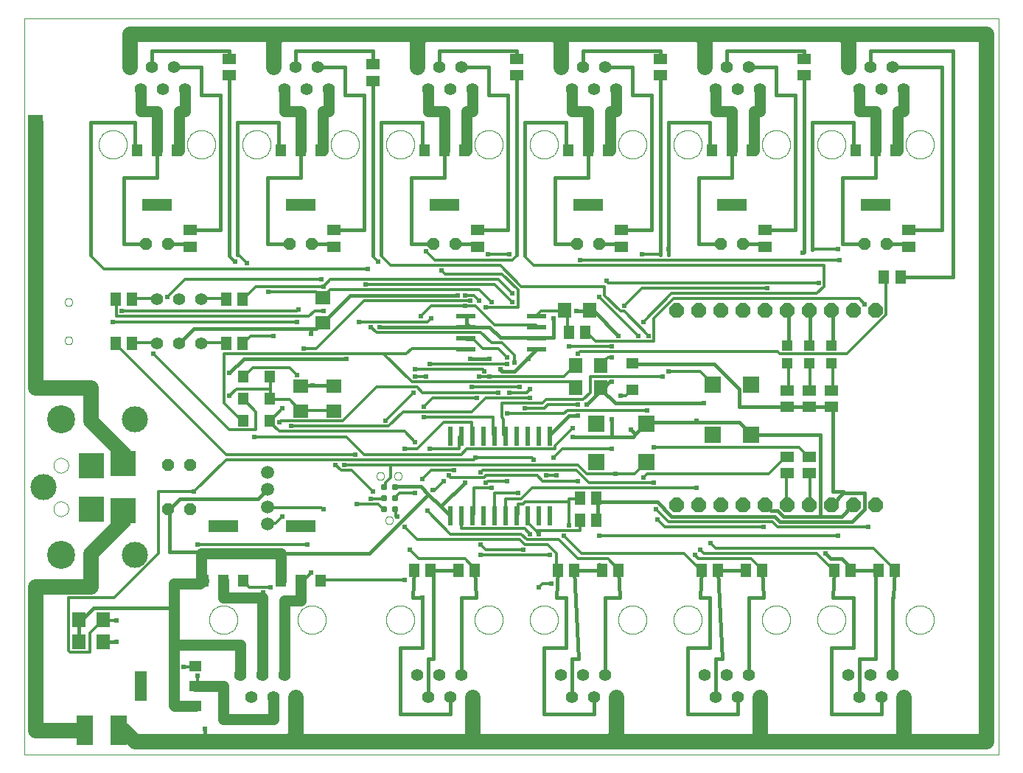
<source format=gbl>
G75*
%MOIN*%
%OFA0B0*%
%FSLAX24Y24*%
%IPPOS*%
%LPD*%
%AMOC8*
5,1,8,0,0,1.08239X$1,22.5*
%
%ADD10C,0.0000*%
%ADD11C,0.0554*%
%ADD12R,0.0630X0.0710*%
%ADD13R,0.0512X0.0591*%
%ADD14R,0.0591X0.0512*%
%ADD15OC8,0.0520*%
%ADD16R,0.0630X0.0709*%
%ADD17C,0.1181*%
%ADD18C,0.1266*%
%ADD19R,0.1181X0.1181*%
%ADD20R,0.0748X0.1339*%
%ADD21C,0.0310*%
%ADD22R,0.0709X0.0630*%
%ADD23R,0.0472X0.0551*%
%ADD24R,0.0551X0.0472*%
%ADD25C,0.0551*%
%ADD26R,0.1378X0.0551*%
%ADD27R,0.0750X0.0750*%
%ADD28R,0.0870X0.0240*%
%ADD29R,0.0551X0.1378*%
%ADD30C,0.0594*%
%ADD31R,0.0236X0.0866*%
%ADD32R,0.0512X0.0630*%
%ADD33OC8,0.0660*%
%ADD34R,0.0472X0.0472*%
%ADD35C,0.0160*%
%ADD36C,0.0180*%
%ADD37C,0.0240*%
%ADD38C,0.0500*%
%ADD39C,0.0120*%
%ADD40C,0.0700*%
%ADD41R,0.0650X0.0650*%
D10*
X003100Y002000D02*
X003100Y035296D01*
X047170Y035296D01*
X047170Y002000D01*
X003100Y002000D01*
X011460Y008100D02*
X011462Y008150D01*
X011468Y008200D01*
X011478Y008249D01*
X011491Y008298D01*
X011509Y008345D01*
X011530Y008391D01*
X011554Y008434D01*
X011582Y008476D01*
X011613Y008516D01*
X011647Y008553D01*
X011684Y008587D01*
X011724Y008618D01*
X011766Y008646D01*
X011809Y008670D01*
X011855Y008691D01*
X011902Y008709D01*
X011951Y008722D01*
X012000Y008732D01*
X012050Y008738D01*
X012100Y008740D01*
X012150Y008738D01*
X012200Y008732D01*
X012249Y008722D01*
X012298Y008709D01*
X012345Y008691D01*
X012391Y008670D01*
X012434Y008646D01*
X012476Y008618D01*
X012516Y008587D01*
X012553Y008553D01*
X012587Y008516D01*
X012618Y008476D01*
X012646Y008434D01*
X012670Y008391D01*
X012691Y008345D01*
X012709Y008298D01*
X012722Y008249D01*
X012732Y008200D01*
X012738Y008150D01*
X012740Y008100D01*
X012738Y008050D01*
X012732Y008000D01*
X012722Y007951D01*
X012709Y007902D01*
X012691Y007855D01*
X012670Y007809D01*
X012646Y007766D01*
X012618Y007724D01*
X012587Y007684D01*
X012553Y007647D01*
X012516Y007613D01*
X012476Y007582D01*
X012434Y007554D01*
X012391Y007530D01*
X012345Y007509D01*
X012298Y007491D01*
X012249Y007478D01*
X012200Y007468D01*
X012150Y007462D01*
X012100Y007460D01*
X012050Y007462D01*
X012000Y007468D01*
X011951Y007478D01*
X011902Y007491D01*
X011855Y007509D01*
X011809Y007530D01*
X011766Y007554D01*
X011724Y007582D01*
X011684Y007613D01*
X011647Y007647D01*
X011613Y007684D01*
X011582Y007724D01*
X011554Y007766D01*
X011530Y007809D01*
X011509Y007855D01*
X011491Y007902D01*
X011478Y007951D01*
X011468Y008000D01*
X011462Y008050D01*
X011460Y008100D01*
X015460Y008100D02*
X015462Y008150D01*
X015468Y008200D01*
X015478Y008249D01*
X015491Y008298D01*
X015509Y008345D01*
X015530Y008391D01*
X015554Y008434D01*
X015582Y008476D01*
X015613Y008516D01*
X015647Y008553D01*
X015684Y008587D01*
X015724Y008618D01*
X015766Y008646D01*
X015809Y008670D01*
X015855Y008691D01*
X015902Y008709D01*
X015951Y008722D01*
X016000Y008732D01*
X016050Y008738D01*
X016100Y008740D01*
X016150Y008738D01*
X016200Y008732D01*
X016249Y008722D01*
X016298Y008709D01*
X016345Y008691D01*
X016391Y008670D01*
X016434Y008646D01*
X016476Y008618D01*
X016516Y008587D01*
X016553Y008553D01*
X016587Y008516D01*
X016618Y008476D01*
X016646Y008434D01*
X016670Y008391D01*
X016691Y008345D01*
X016709Y008298D01*
X016722Y008249D01*
X016732Y008200D01*
X016738Y008150D01*
X016740Y008100D01*
X016738Y008050D01*
X016732Y008000D01*
X016722Y007951D01*
X016709Y007902D01*
X016691Y007855D01*
X016670Y007809D01*
X016646Y007766D01*
X016618Y007724D01*
X016587Y007684D01*
X016553Y007647D01*
X016516Y007613D01*
X016476Y007582D01*
X016434Y007554D01*
X016391Y007530D01*
X016345Y007509D01*
X016298Y007491D01*
X016249Y007478D01*
X016200Y007468D01*
X016150Y007462D01*
X016100Y007460D01*
X016050Y007462D01*
X016000Y007468D01*
X015951Y007478D01*
X015902Y007491D01*
X015855Y007509D01*
X015809Y007530D01*
X015766Y007554D01*
X015724Y007582D01*
X015684Y007613D01*
X015647Y007647D01*
X015613Y007684D01*
X015582Y007724D01*
X015554Y007766D01*
X015530Y007809D01*
X015509Y007855D01*
X015491Y007902D01*
X015478Y007951D01*
X015468Y008000D01*
X015462Y008050D01*
X015460Y008100D01*
X019460Y008100D02*
X019462Y008150D01*
X019468Y008200D01*
X019478Y008249D01*
X019491Y008298D01*
X019509Y008345D01*
X019530Y008391D01*
X019554Y008434D01*
X019582Y008476D01*
X019613Y008516D01*
X019647Y008553D01*
X019684Y008587D01*
X019724Y008618D01*
X019766Y008646D01*
X019809Y008670D01*
X019855Y008691D01*
X019902Y008709D01*
X019951Y008722D01*
X020000Y008732D01*
X020050Y008738D01*
X020100Y008740D01*
X020150Y008738D01*
X020200Y008732D01*
X020249Y008722D01*
X020298Y008709D01*
X020345Y008691D01*
X020391Y008670D01*
X020434Y008646D01*
X020476Y008618D01*
X020516Y008587D01*
X020553Y008553D01*
X020587Y008516D01*
X020618Y008476D01*
X020646Y008434D01*
X020670Y008391D01*
X020691Y008345D01*
X020709Y008298D01*
X020722Y008249D01*
X020732Y008200D01*
X020738Y008150D01*
X020740Y008100D01*
X020738Y008050D01*
X020732Y008000D01*
X020722Y007951D01*
X020709Y007902D01*
X020691Y007855D01*
X020670Y007809D01*
X020646Y007766D01*
X020618Y007724D01*
X020587Y007684D01*
X020553Y007647D01*
X020516Y007613D01*
X020476Y007582D01*
X020434Y007554D01*
X020391Y007530D01*
X020345Y007509D01*
X020298Y007491D01*
X020249Y007478D01*
X020200Y007468D01*
X020150Y007462D01*
X020100Y007460D01*
X020050Y007462D01*
X020000Y007468D01*
X019951Y007478D01*
X019902Y007491D01*
X019855Y007509D01*
X019809Y007530D01*
X019766Y007554D01*
X019724Y007582D01*
X019684Y007613D01*
X019647Y007647D01*
X019613Y007684D01*
X019582Y007724D01*
X019554Y007766D01*
X019530Y007809D01*
X019509Y007855D01*
X019491Y007902D01*
X019478Y007951D01*
X019468Y008000D01*
X019462Y008050D01*
X019460Y008100D01*
X023460Y008100D02*
X023462Y008150D01*
X023468Y008200D01*
X023478Y008249D01*
X023491Y008298D01*
X023509Y008345D01*
X023530Y008391D01*
X023554Y008434D01*
X023582Y008476D01*
X023613Y008516D01*
X023647Y008553D01*
X023684Y008587D01*
X023724Y008618D01*
X023766Y008646D01*
X023809Y008670D01*
X023855Y008691D01*
X023902Y008709D01*
X023951Y008722D01*
X024000Y008732D01*
X024050Y008738D01*
X024100Y008740D01*
X024150Y008738D01*
X024200Y008732D01*
X024249Y008722D01*
X024298Y008709D01*
X024345Y008691D01*
X024391Y008670D01*
X024434Y008646D01*
X024476Y008618D01*
X024516Y008587D01*
X024553Y008553D01*
X024587Y008516D01*
X024618Y008476D01*
X024646Y008434D01*
X024670Y008391D01*
X024691Y008345D01*
X024709Y008298D01*
X024722Y008249D01*
X024732Y008200D01*
X024738Y008150D01*
X024740Y008100D01*
X024738Y008050D01*
X024732Y008000D01*
X024722Y007951D01*
X024709Y007902D01*
X024691Y007855D01*
X024670Y007809D01*
X024646Y007766D01*
X024618Y007724D01*
X024587Y007684D01*
X024553Y007647D01*
X024516Y007613D01*
X024476Y007582D01*
X024434Y007554D01*
X024391Y007530D01*
X024345Y007509D01*
X024298Y007491D01*
X024249Y007478D01*
X024200Y007468D01*
X024150Y007462D01*
X024100Y007460D01*
X024050Y007462D01*
X024000Y007468D01*
X023951Y007478D01*
X023902Y007491D01*
X023855Y007509D01*
X023809Y007530D01*
X023766Y007554D01*
X023724Y007582D01*
X023684Y007613D01*
X023647Y007647D01*
X023613Y007684D01*
X023582Y007724D01*
X023554Y007766D01*
X023530Y007809D01*
X023509Y007855D01*
X023491Y007902D01*
X023478Y007951D01*
X023468Y008000D01*
X023462Y008050D01*
X023460Y008100D01*
X025960Y008100D02*
X025962Y008150D01*
X025968Y008200D01*
X025978Y008249D01*
X025991Y008298D01*
X026009Y008345D01*
X026030Y008391D01*
X026054Y008434D01*
X026082Y008476D01*
X026113Y008516D01*
X026147Y008553D01*
X026184Y008587D01*
X026224Y008618D01*
X026266Y008646D01*
X026309Y008670D01*
X026355Y008691D01*
X026402Y008709D01*
X026451Y008722D01*
X026500Y008732D01*
X026550Y008738D01*
X026600Y008740D01*
X026650Y008738D01*
X026700Y008732D01*
X026749Y008722D01*
X026798Y008709D01*
X026845Y008691D01*
X026891Y008670D01*
X026934Y008646D01*
X026976Y008618D01*
X027016Y008587D01*
X027053Y008553D01*
X027087Y008516D01*
X027118Y008476D01*
X027146Y008434D01*
X027170Y008391D01*
X027191Y008345D01*
X027209Y008298D01*
X027222Y008249D01*
X027232Y008200D01*
X027238Y008150D01*
X027240Y008100D01*
X027238Y008050D01*
X027232Y008000D01*
X027222Y007951D01*
X027209Y007902D01*
X027191Y007855D01*
X027170Y007809D01*
X027146Y007766D01*
X027118Y007724D01*
X027087Y007684D01*
X027053Y007647D01*
X027016Y007613D01*
X026976Y007582D01*
X026934Y007554D01*
X026891Y007530D01*
X026845Y007509D01*
X026798Y007491D01*
X026749Y007478D01*
X026700Y007468D01*
X026650Y007462D01*
X026600Y007460D01*
X026550Y007462D01*
X026500Y007468D01*
X026451Y007478D01*
X026402Y007491D01*
X026355Y007509D01*
X026309Y007530D01*
X026266Y007554D01*
X026224Y007582D01*
X026184Y007613D01*
X026147Y007647D01*
X026113Y007684D01*
X026082Y007724D01*
X026054Y007766D01*
X026030Y007809D01*
X026009Y007855D01*
X025991Y007902D01*
X025978Y007951D01*
X025968Y008000D01*
X025962Y008050D01*
X025960Y008100D01*
X029960Y008100D02*
X029962Y008150D01*
X029968Y008200D01*
X029978Y008249D01*
X029991Y008298D01*
X030009Y008345D01*
X030030Y008391D01*
X030054Y008434D01*
X030082Y008476D01*
X030113Y008516D01*
X030147Y008553D01*
X030184Y008587D01*
X030224Y008618D01*
X030266Y008646D01*
X030309Y008670D01*
X030355Y008691D01*
X030402Y008709D01*
X030451Y008722D01*
X030500Y008732D01*
X030550Y008738D01*
X030600Y008740D01*
X030650Y008738D01*
X030700Y008732D01*
X030749Y008722D01*
X030798Y008709D01*
X030845Y008691D01*
X030891Y008670D01*
X030934Y008646D01*
X030976Y008618D01*
X031016Y008587D01*
X031053Y008553D01*
X031087Y008516D01*
X031118Y008476D01*
X031146Y008434D01*
X031170Y008391D01*
X031191Y008345D01*
X031209Y008298D01*
X031222Y008249D01*
X031232Y008200D01*
X031238Y008150D01*
X031240Y008100D01*
X031238Y008050D01*
X031232Y008000D01*
X031222Y007951D01*
X031209Y007902D01*
X031191Y007855D01*
X031170Y007809D01*
X031146Y007766D01*
X031118Y007724D01*
X031087Y007684D01*
X031053Y007647D01*
X031016Y007613D01*
X030976Y007582D01*
X030934Y007554D01*
X030891Y007530D01*
X030845Y007509D01*
X030798Y007491D01*
X030749Y007478D01*
X030700Y007468D01*
X030650Y007462D01*
X030600Y007460D01*
X030550Y007462D01*
X030500Y007468D01*
X030451Y007478D01*
X030402Y007491D01*
X030355Y007509D01*
X030309Y007530D01*
X030266Y007554D01*
X030224Y007582D01*
X030184Y007613D01*
X030147Y007647D01*
X030113Y007684D01*
X030082Y007724D01*
X030054Y007766D01*
X030030Y007809D01*
X030009Y007855D01*
X029991Y007902D01*
X029978Y007951D01*
X029968Y008000D01*
X029962Y008050D01*
X029960Y008100D01*
X032460Y008100D02*
X032462Y008150D01*
X032468Y008200D01*
X032478Y008249D01*
X032491Y008298D01*
X032509Y008345D01*
X032530Y008391D01*
X032554Y008434D01*
X032582Y008476D01*
X032613Y008516D01*
X032647Y008553D01*
X032684Y008587D01*
X032724Y008618D01*
X032766Y008646D01*
X032809Y008670D01*
X032855Y008691D01*
X032902Y008709D01*
X032951Y008722D01*
X033000Y008732D01*
X033050Y008738D01*
X033100Y008740D01*
X033150Y008738D01*
X033200Y008732D01*
X033249Y008722D01*
X033298Y008709D01*
X033345Y008691D01*
X033391Y008670D01*
X033434Y008646D01*
X033476Y008618D01*
X033516Y008587D01*
X033553Y008553D01*
X033587Y008516D01*
X033618Y008476D01*
X033646Y008434D01*
X033670Y008391D01*
X033691Y008345D01*
X033709Y008298D01*
X033722Y008249D01*
X033732Y008200D01*
X033738Y008150D01*
X033740Y008100D01*
X033738Y008050D01*
X033732Y008000D01*
X033722Y007951D01*
X033709Y007902D01*
X033691Y007855D01*
X033670Y007809D01*
X033646Y007766D01*
X033618Y007724D01*
X033587Y007684D01*
X033553Y007647D01*
X033516Y007613D01*
X033476Y007582D01*
X033434Y007554D01*
X033391Y007530D01*
X033345Y007509D01*
X033298Y007491D01*
X033249Y007478D01*
X033200Y007468D01*
X033150Y007462D01*
X033100Y007460D01*
X033050Y007462D01*
X033000Y007468D01*
X032951Y007478D01*
X032902Y007491D01*
X032855Y007509D01*
X032809Y007530D01*
X032766Y007554D01*
X032724Y007582D01*
X032684Y007613D01*
X032647Y007647D01*
X032613Y007684D01*
X032582Y007724D01*
X032554Y007766D01*
X032530Y007809D01*
X032509Y007855D01*
X032491Y007902D01*
X032478Y007951D01*
X032468Y008000D01*
X032462Y008050D01*
X032460Y008100D01*
X036460Y008100D02*
X036462Y008150D01*
X036468Y008200D01*
X036478Y008249D01*
X036491Y008298D01*
X036509Y008345D01*
X036530Y008391D01*
X036554Y008434D01*
X036582Y008476D01*
X036613Y008516D01*
X036647Y008553D01*
X036684Y008587D01*
X036724Y008618D01*
X036766Y008646D01*
X036809Y008670D01*
X036855Y008691D01*
X036902Y008709D01*
X036951Y008722D01*
X037000Y008732D01*
X037050Y008738D01*
X037100Y008740D01*
X037150Y008738D01*
X037200Y008732D01*
X037249Y008722D01*
X037298Y008709D01*
X037345Y008691D01*
X037391Y008670D01*
X037434Y008646D01*
X037476Y008618D01*
X037516Y008587D01*
X037553Y008553D01*
X037587Y008516D01*
X037618Y008476D01*
X037646Y008434D01*
X037670Y008391D01*
X037691Y008345D01*
X037709Y008298D01*
X037722Y008249D01*
X037732Y008200D01*
X037738Y008150D01*
X037740Y008100D01*
X037738Y008050D01*
X037732Y008000D01*
X037722Y007951D01*
X037709Y007902D01*
X037691Y007855D01*
X037670Y007809D01*
X037646Y007766D01*
X037618Y007724D01*
X037587Y007684D01*
X037553Y007647D01*
X037516Y007613D01*
X037476Y007582D01*
X037434Y007554D01*
X037391Y007530D01*
X037345Y007509D01*
X037298Y007491D01*
X037249Y007478D01*
X037200Y007468D01*
X037150Y007462D01*
X037100Y007460D01*
X037050Y007462D01*
X037000Y007468D01*
X036951Y007478D01*
X036902Y007491D01*
X036855Y007509D01*
X036809Y007530D01*
X036766Y007554D01*
X036724Y007582D01*
X036684Y007613D01*
X036647Y007647D01*
X036613Y007684D01*
X036582Y007724D01*
X036554Y007766D01*
X036530Y007809D01*
X036509Y007855D01*
X036491Y007902D01*
X036478Y007951D01*
X036468Y008000D01*
X036462Y008050D01*
X036460Y008100D01*
X038960Y008100D02*
X038962Y008150D01*
X038968Y008200D01*
X038978Y008249D01*
X038991Y008298D01*
X039009Y008345D01*
X039030Y008391D01*
X039054Y008434D01*
X039082Y008476D01*
X039113Y008516D01*
X039147Y008553D01*
X039184Y008587D01*
X039224Y008618D01*
X039266Y008646D01*
X039309Y008670D01*
X039355Y008691D01*
X039402Y008709D01*
X039451Y008722D01*
X039500Y008732D01*
X039550Y008738D01*
X039600Y008740D01*
X039650Y008738D01*
X039700Y008732D01*
X039749Y008722D01*
X039798Y008709D01*
X039845Y008691D01*
X039891Y008670D01*
X039934Y008646D01*
X039976Y008618D01*
X040016Y008587D01*
X040053Y008553D01*
X040087Y008516D01*
X040118Y008476D01*
X040146Y008434D01*
X040170Y008391D01*
X040191Y008345D01*
X040209Y008298D01*
X040222Y008249D01*
X040232Y008200D01*
X040238Y008150D01*
X040240Y008100D01*
X040238Y008050D01*
X040232Y008000D01*
X040222Y007951D01*
X040209Y007902D01*
X040191Y007855D01*
X040170Y007809D01*
X040146Y007766D01*
X040118Y007724D01*
X040087Y007684D01*
X040053Y007647D01*
X040016Y007613D01*
X039976Y007582D01*
X039934Y007554D01*
X039891Y007530D01*
X039845Y007509D01*
X039798Y007491D01*
X039749Y007478D01*
X039700Y007468D01*
X039650Y007462D01*
X039600Y007460D01*
X039550Y007462D01*
X039500Y007468D01*
X039451Y007478D01*
X039402Y007491D01*
X039355Y007509D01*
X039309Y007530D01*
X039266Y007554D01*
X039224Y007582D01*
X039184Y007613D01*
X039147Y007647D01*
X039113Y007684D01*
X039082Y007724D01*
X039054Y007766D01*
X039030Y007809D01*
X039009Y007855D01*
X038991Y007902D01*
X038978Y007951D01*
X038968Y008000D01*
X038962Y008050D01*
X038960Y008100D01*
X042960Y008100D02*
X042962Y008150D01*
X042968Y008200D01*
X042978Y008249D01*
X042991Y008298D01*
X043009Y008345D01*
X043030Y008391D01*
X043054Y008434D01*
X043082Y008476D01*
X043113Y008516D01*
X043147Y008553D01*
X043184Y008587D01*
X043224Y008618D01*
X043266Y008646D01*
X043309Y008670D01*
X043355Y008691D01*
X043402Y008709D01*
X043451Y008722D01*
X043500Y008732D01*
X043550Y008738D01*
X043600Y008740D01*
X043650Y008738D01*
X043700Y008732D01*
X043749Y008722D01*
X043798Y008709D01*
X043845Y008691D01*
X043891Y008670D01*
X043934Y008646D01*
X043976Y008618D01*
X044016Y008587D01*
X044053Y008553D01*
X044087Y008516D01*
X044118Y008476D01*
X044146Y008434D01*
X044170Y008391D01*
X044191Y008345D01*
X044209Y008298D01*
X044222Y008249D01*
X044232Y008200D01*
X044238Y008150D01*
X044240Y008100D01*
X044238Y008050D01*
X044232Y008000D01*
X044222Y007951D01*
X044209Y007902D01*
X044191Y007855D01*
X044170Y007809D01*
X044146Y007766D01*
X044118Y007724D01*
X044087Y007684D01*
X044053Y007647D01*
X044016Y007613D01*
X043976Y007582D01*
X043934Y007554D01*
X043891Y007530D01*
X043845Y007509D01*
X043798Y007491D01*
X043749Y007478D01*
X043700Y007468D01*
X043650Y007462D01*
X043600Y007460D01*
X043550Y007462D01*
X043500Y007468D01*
X043451Y007478D01*
X043402Y007491D01*
X043355Y007509D01*
X043309Y007530D01*
X043266Y007554D01*
X043224Y007582D01*
X043184Y007613D01*
X043147Y007647D01*
X043113Y007684D01*
X043082Y007724D01*
X043054Y007766D01*
X043030Y007809D01*
X043009Y007855D01*
X042991Y007902D01*
X042978Y007951D01*
X042968Y008000D01*
X042962Y008050D01*
X042960Y008100D01*
X019825Y014600D02*
X019827Y014626D01*
X019833Y014652D01*
X019842Y014676D01*
X019855Y014699D01*
X019872Y014719D01*
X019891Y014737D01*
X019913Y014752D01*
X019936Y014763D01*
X019961Y014771D01*
X019987Y014775D01*
X020013Y014775D01*
X020039Y014771D01*
X020064Y014763D01*
X020088Y014752D01*
X020109Y014737D01*
X020128Y014719D01*
X020145Y014699D01*
X020158Y014676D01*
X020167Y014652D01*
X020173Y014626D01*
X020175Y014600D01*
X020173Y014574D01*
X020167Y014548D01*
X020158Y014524D01*
X020145Y014501D01*
X020128Y014481D01*
X020109Y014463D01*
X020087Y014448D01*
X020064Y014437D01*
X020039Y014429D01*
X020013Y014425D01*
X019987Y014425D01*
X019961Y014429D01*
X019936Y014437D01*
X019912Y014448D01*
X019891Y014463D01*
X019872Y014481D01*
X019855Y014501D01*
X019842Y014524D01*
X019833Y014548D01*
X019827Y014574D01*
X019825Y014600D01*
X019025Y014600D02*
X019027Y014626D01*
X019033Y014652D01*
X019042Y014676D01*
X019055Y014699D01*
X019072Y014719D01*
X019091Y014737D01*
X019113Y014752D01*
X019136Y014763D01*
X019161Y014771D01*
X019187Y014775D01*
X019213Y014775D01*
X019239Y014771D01*
X019264Y014763D01*
X019288Y014752D01*
X019309Y014737D01*
X019328Y014719D01*
X019345Y014699D01*
X019358Y014676D01*
X019367Y014652D01*
X019373Y014626D01*
X019375Y014600D01*
X019373Y014574D01*
X019367Y014548D01*
X019358Y014524D01*
X019345Y014501D01*
X019328Y014481D01*
X019309Y014463D01*
X019287Y014448D01*
X019264Y014437D01*
X019239Y014429D01*
X019213Y014425D01*
X019187Y014425D01*
X019161Y014429D01*
X019136Y014437D01*
X019112Y014448D01*
X019091Y014463D01*
X019072Y014481D01*
X019055Y014501D01*
X019042Y014524D01*
X019033Y014548D01*
X019027Y014574D01*
X019025Y014600D01*
X019425Y012600D02*
X019427Y012626D01*
X019433Y012652D01*
X019442Y012676D01*
X019455Y012699D01*
X019472Y012719D01*
X019491Y012737D01*
X019513Y012752D01*
X019536Y012763D01*
X019561Y012771D01*
X019587Y012775D01*
X019613Y012775D01*
X019639Y012771D01*
X019664Y012763D01*
X019688Y012752D01*
X019709Y012737D01*
X019728Y012719D01*
X019745Y012699D01*
X019758Y012676D01*
X019767Y012652D01*
X019773Y012626D01*
X019775Y012600D01*
X019773Y012574D01*
X019767Y012548D01*
X019758Y012524D01*
X019745Y012501D01*
X019728Y012481D01*
X019709Y012463D01*
X019687Y012448D01*
X019664Y012437D01*
X019639Y012429D01*
X019613Y012425D01*
X019587Y012425D01*
X019561Y012429D01*
X019536Y012437D01*
X019512Y012448D01*
X019491Y012463D01*
X019472Y012481D01*
X019455Y012501D01*
X019442Y012524D01*
X019433Y012548D01*
X019427Y012574D01*
X019425Y012600D01*
X004923Y020734D02*
X004925Y020760D01*
X004931Y020786D01*
X004941Y020811D01*
X004954Y020834D01*
X004970Y020854D01*
X004990Y020872D01*
X005012Y020887D01*
X005035Y020899D01*
X005061Y020907D01*
X005087Y020911D01*
X005113Y020911D01*
X005139Y020907D01*
X005165Y020899D01*
X005189Y020887D01*
X005210Y020872D01*
X005230Y020854D01*
X005246Y020834D01*
X005259Y020811D01*
X005269Y020786D01*
X005275Y020760D01*
X005277Y020734D01*
X005275Y020708D01*
X005269Y020682D01*
X005259Y020657D01*
X005246Y020634D01*
X005230Y020614D01*
X005210Y020596D01*
X005188Y020581D01*
X005165Y020569D01*
X005139Y020561D01*
X005113Y020557D01*
X005087Y020557D01*
X005061Y020561D01*
X005035Y020569D01*
X005011Y020581D01*
X004990Y020596D01*
X004970Y020614D01*
X004954Y020634D01*
X004941Y020657D01*
X004931Y020682D01*
X004925Y020708D01*
X004923Y020734D01*
X004923Y022466D02*
X004925Y022492D01*
X004931Y022518D01*
X004941Y022543D01*
X004954Y022566D01*
X004970Y022586D01*
X004990Y022604D01*
X005012Y022619D01*
X005035Y022631D01*
X005061Y022639D01*
X005087Y022643D01*
X005113Y022643D01*
X005139Y022639D01*
X005165Y022631D01*
X005189Y022619D01*
X005210Y022604D01*
X005230Y022586D01*
X005246Y022566D01*
X005259Y022543D01*
X005269Y022518D01*
X005275Y022492D01*
X005277Y022466D01*
X005275Y022440D01*
X005269Y022414D01*
X005259Y022389D01*
X005246Y022366D01*
X005230Y022346D01*
X005210Y022328D01*
X005188Y022313D01*
X005165Y022301D01*
X005139Y022293D01*
X005113Y022289D01*
X005087Y022289D01*
X005061Y022293D01*
X005035Y022301D01*
X005011Y022313D01*
X004990Y022328D01*
X004970Y022346D01*
X004954Y022366D01*
X004941Y022389D01*
X004931Y022414D01*
X004925Y022440D01*
X004923Y022466D01*
X004419Y015084D02*
X004421Y015120D01*
X004427Y015156D01*
X004437Y015191D01*
X004450Y015225D01*
X004467Y015257D01*
X004487Y015287D01*
X004511Y015314D01*
X004537Y015339D01*
X004566Y015361D01*
X004597Y015380D01*
X004630Y015395D01*
X004664Y015407D01*
X004700Y015415D01*
X004736Y015419D01*
X004772Y015419D01*
X004808Y015415D01*
X004844Y015407D01*
X004878Y015395D01*
X004911Y015380D01*
X004942Y015361D01*
X004971Y015339D01*
X004997Y015314D01*
X005021Y015287D01*
X005041Y015257D01*
X005058Y015225D01*
X005071Y015191D01*
X005081Y015156D01*
X005087Y015120D01*
X005089Y015084D01*
X005087Y015048D01*
X005081Y015012D01*
X005071Y014977D01*
X005058Y014943D01*
X005041Y014911D01*
X005021Y014881D01*
X004997Y014854D01*
X004971Y014829D01*
X004942Y014807D01*
X004911Y014788D01*
X004878Y014773D01*
X004844Y014761D01*
X004808Y014753D01*
X004772Y014749D01*
X004736Y014749D01*
X004700Y014753D01*
X004664Y014761D01*
X004630Y014773D01*
X004597Y014788D01*
X004566Y014807D01*
X004537Y014829D01*
X004511Y014854D01*
X004487Y014881D01*
X004467Y014911D01*
X004450Y014943D01*
X004437Y014977D01*
X004427Y015012D01*
X004421Y015048D01*
X004419Y015084D01*
X004419Y013116D02*
X004421Y013152D01*
X004427Y013188D01*
X004437Y013223D01*
X004450Y013257D01*
X004467Y013289D01*
X004487Y013319D01*
X004511Y013346D01*
X004537Y013371D01*
X004566Y013393D01*
X004597Y013412D01*
X004630Y013427D01*
X004664Y013439D01*
X004700Y013447D01*
X004736Y013451D01*
X004772Y013451D01*
X004808Y013447D01*
X004844Y013439D01*
X004878Y013427D01*
X004911Y013412D01*
X004942Y013393D01*
X004971Y013371D01*
X004997Y013346D01*
X005021Y013319D01*
X005041Y013289D01*
X005058Y013257D01*
X005071Y013223D01*
X005081Y013188D01*
X005087Y013152D01*
X005089Y013116D01*
X005087Y013080D01*
X005081Y013044D01*
X005071Y013009D01*
X005058Y012975D01*
X005041Y012943D01*
X005021Y012913D01*
X004997Y012886D01*
X004971Y012861D01*
X004942Y012839D01*
X004911Y012820D01*
X004878Y012805D01*
X004844Y012793D01*
X004808Y012785D01*
X004772Y012781D01*
X004736Y012781D01*
X004700Y012785D01*
X004664Y012793D01*
X004630Y012805D01*
X004597Y012820D01*
X004566Y012839D01*
X004537Y012861D01*
X004511Y012886D01*
X004487Y012913D01*
X004467Y012943D01*
X004450Y012975D01*
X004437Y013009D01*
X004427Y013044D01*
X004421Y013080D01*
X004419Y013116D01*
X006460Y029600D02*
X006462Y029650D01*
X006468Y029700D01*
X006478Y029749D01*
X006491Y029798D01*
X006509Y029845D01*
X006530Y029891D01*
X006554Y029934D01*
X006582Y029976D01*
X006613Y030016D01*
X006647Y030053D01*
X006684Y030087D01*
X006724Y030118D01*
X006766Y030146D01*
X006809Y030170D01*
X006855Y030191D01*
X006902Y030209D01*
X006951Y030222D01*
X007000Y030232D01*
X007050Y030238D01*
X007100Y030240D01*
X007150Y030238D01*
X007200Y030232D01*
X007249Y030222D01*
X007298Y030209D01*
X007345Y030191D01*
X007391Y030170D01*
X007434Y030146D01*
X007476Y030118D01*
X007516Y030087D01*
X007553Y030053D01*
X007587Y030016D01*
X007618Y029976D01*
X007646Y029934D01*
X007670Y029891D01*
X007691Y029845D01*
X007709Y029798D01*
X007722Y029749D01*
X007732Y029700D01*
X007738Y029650D01*
X007740Y029600D01*
X007738Y029550D01*
X007732Y029500D01*
X007722Y029451D01*
X007709Y029402D01*
X007691Y029355D01*
X007670Y029309D01*
X007646Y029266D01*
X007618Y029224D01*
X007587Y029184D01*
X007553Y029147D01*
X007516Y029113D01*
X007476Y029082D01*
X007434Y029054D01*
X007391Y029030D01*
X007345Y029009D01*
X007298Y028991D01*
X007249Y028978D01*
X007200Y028968D01*
X007150Y028962D01*
X007100Y028960D01*
X007050Y028962D01*
X007000Y028968D01*
X006951Y028978D01*
X006902Y028991D01*
X006855Y029009D01*
X006809Y029030D01*
X006766Y029054D01*
X006724Y029082D01*
X006684Y029113D01*
X006647Y029147D01*
X006613Y029184D01*
X006582Y029224D01*
X006554Y029266D01*
X006530Y029309D01*
X006509Y029355D01*
X006491Y029402D01*
X006478Y029451D01*
X006468Y029500D01*
X006462Y029550D01*
X006460Y029600D01*
X010460Y029600D02*
X010462Y029650D01*
X010468Y029700D01*
X010478Y029749D01*
X010491Y029798D01*
X010509Y029845D01*
X010530Y029891D01*
X010554Y029934D01*
X010582Y029976D01*
X010613Y030016D01*
X010647Y030053D01*
X010684Y030087D01*
X010724Y030118D01*
X010766Y030146D01*
X010809Y030170D01*
X010855Y030191D01*
X010902Y030209D01*
X010951Y030222D01*
X011000Y030232D01*
X011050Y030238D01*
X011100Y030240D01*
X011150Y030238D01*
X011200Y030232D01*
X011249Y030222D01*
X011298Y030209D01*
X011345Y030191D01*
X011391Y030170D01*
X011434Y030146D01*
X011476Y030118D01*
X011516Y030087D01*
X011553Y030053D01*
X011587Y030016D01*
X011618Y029976D01*
X011646Y029934D01*
X011670Y029891D01*
X011691Y029845D01*
X011709Y029798D01*
X011722Y029749D01*
X011732Y029700D01*
X011738Y029650D01*
X011740Y029600D01*
X011738Y029550D01*
X011732Y029500D01*
X011722Y029451D01*
X011709Y029402D01*
X011691Y029355D01*
X011670Y029309D01*
X011646Y029266D01*
X011618Y029224D01*
X011587Y029184D01*
X011553Y029147D01*
X011516Y029113D01*
X011476Y029082D01*
X011434Y029054D01*
X011391Y029030D01*
X011345Y029009D01*
X011298Y028991D01*
X011249Y028978D01*
X011200Y028968D01*
X011150Y028962D01*
X011100Y028960D01*
X011050Y028962D01*
X011000Y028968D01*
X010951Y028978D01*
X010902Y028991D01*
X010855Y029009D01*
X010809Y029030D01*
X010766Y029054D01*
X010724Y029082D01*
X010684Y029113D01*
X010647Y029147D01*
X010613Y029184D01*
X010582Y029224D01*
X010554Y029266D01*
X010530Y029309D01*
X010509Y029355D01*
X010491Y029402D01*
X010478Y029451D01*
X010468Y029500D01*
X010462Y029550D01*
X010460Y029600D01*
X012960Y029600D02*
X012962Y029650D01*
X012968Y029700D01*
X012978Y029749D01*
X012991Y029798D01*
X013009Y029845D01*
X013030Y029891D01*
X013054Y029934D01*
X013082Y029976D01*
X013113Y030016D01*
X013147Y030053D01*
X013184Y030087D01*
X013224Y030118D01*
X013266Y030146D01*
X013309Y030170D01*
X013355Y030191D01*
X013402Y030209D01*
X013451Y030222D01*
X013500Y030232D01*
X013550Y030238D01*
X013600Y030240D01*
X013650Y030238D01*
X013700Y030232D01*
X013749Y030222D01*
X013798Y030209D01*
X013845Y030191D01*
X013891Y030170D01*
X013934Y030146D01*
X013976Y030118D01*
X014016Y030087D01*
X014053Y030053D01*
X014087Y030016D01*
X014118Y029976D01*
X014146Y029934D01*
X014170Y029891D01*
X014191Y029845D01*
X014209Y029798D01*
X014222Y029749D01*
X014232Y029700D01*
X014238Y029650D01*
X014240Y029600D01*
X014238Y029550D01*
X014232Y029500D01*
X014222Y029451D01*
X014209Y029402D01*
X014191Y029355D01*
X014170Y029309D01*
X014146Y029266D01*
X014118Y029224D01*
X014087Y029184D01*
X014053Y029147D01*
X014016Y029113D01*
X013976Y029082D01*
X013934Y029054D01*
X013891Y029030D01*
X013845Y029009D01*
X013798Y028991D01*
X013749Y028978D01*
X013700Y028968D01*
X013650Y028962D01*
X013600Y028960D01*
X013550Y028962D01*
X013500Y028968D01*
X013451Y028978D01*
X013402Y028991D01*
X013355Y029009D01*
X013309Y029030D01*
X013266Y029054D01*
X013224Y029082D01*
X013184Y029113D01*
X013147Y029147D01*
X013113Y029184D01*
X013082Y029224D01*
X013054Y029266D01*
X013030Y029309D01*
X013009Y029355D01*
X012991Y029402D01*
X012978Y029451D01*
X012968Y029500D01*
X012962Y029550D01*
X012960Y029600D01*
X016960Y029600D02*
X016962Y029650D01*
X016968Y029700D01*
X016978Y029749D01*
X016991Y029798D01*
X017009Y029845D01*
X017030Y029891D01*
X017054Y029934D01*
X017082Y029976D01*
X017113Y030016D01*
X017147Y030053D01*
X017184Y030087D01*
X017224Y030118D01*
X017266Y030146D01*
X017309Y030170D01*
X017355Y030191D01*
X017402Y030209D01*
X017451Y030222D01*
X017500Y030232D01*
X017550Y030238D01*
X017600Y030240D01*
X017650Y030238D01*
X017700Y030232D01*
X017749Y030222D01*
X017798Y030209D01*
X017845Y030191D01*
X017891Y030170D01*
X017934Y030146D01*
X017976Y030118D01*
X018016Y030087D01*
X018053Y030053D01*
X018087Y030016D01*
X018118Y029976D01*
X018146Y029934D01*
X018170Y029891D01*
X018191Y029845D01*
X018209Y029798D01*
X018222Y029749D01*
X018232Y029700D01*
X018238Y029650D01*
X018240Y029600D01*
X018238Y029550D01*
X018232Y029500D01*
X018222Y029451D01*
X018209Y029402D01*
X018191Y029355D01*
X018170Y029309D01*
X018146Y029266D01*
X018118Y029224D01*
X018087Y029184D01*
X018053Y029147D01*
X018016Y029113D01*
X017976Y029082D01*
X017934Y029054D01*
X017891Y029030D01*
X017845Y029009D01*
X017798Y028991D01*
X017749Y028978D01*
X017700Y028968D01*
X017650Y028962D01*
X017600Y028960D01*
X017550Y028962D01*
X017500Y028968D01*
X017451Y028978D01*
X017402Y028991D01*
X017355Y029009D01*
X017309Y029030D01*
X017266Y029054D01*
X017224Y029082D01*
X017184Y029113D01*
X017147Y029147D01*
X017113Y029184D01*
X017082Y029224D01*
X017054Y029266D01*
X017030Y029309D01*
X017009Y029355D01*
X016991Y029402D01*
X016978Y029451D01*
X016968Y029500D01*
X016962Y029550D01*
X016960Y029600D01*
X019460Y029600D02*
X019462Y029650D01*
X019468Y029700D01*
X019478Y029749D01*
X019491Y029798D01*
X019509Y029845D01*
X019530Y029891D01*
X019554Y029934D01*
X019582Y029976D01*
X019613Y030016D01*
X019647Y030053D01*
X019684Y030087D01*
X019724Y030118D01*
X019766Y030146D01*
X019809Y030170D01*
X019855Y030191D01*
X019902Y030209D01*
X019951Y030222D01*
X020000Y030232D01*
X020050Y030238D01*
X020100Y030240D01*
X020150Y030238D01*
X020200Y030232D01*
X020249Y030222D01*
X020298Y030209D01*
X020345Y030191D01*
X020391Y030170D01*
X020434Y030146D01*
X020476Y030118D01*
X020516Y030087D01*
X020553Y030053D01*
X020587Y030016D01*
X020618Y029976D01*
X020646Y029934D01*
X020670Y029891D01*
X020691Y029845D01*
X020709Y029798D01*
X020722Y029749D01*
X020732Y029700D01*
X020738Y029650D01*
X020740Y029600D01*
X020738Y029550D01*
X020732Y029500D01*
X020722Y029451D01*
X020709Y029402D01*
X020691Y029355D01*
X020670Y029309D01*
X020646Y029266D01*
X020618Y029224D01*
X020587Y029184D01*
X020553Y029147D01*
X020516Y029113D01*
X020476Y029082D01*
X020434Y029054D01*
X020391Y029030D01*
X020345Y029009D01*
X020298Y028991D01*
X020249Y028978D01*
X020200Y028968D01*
X020150Y028962D01*
X020100Y028960D01*
X020050Y028962D01*
X020000Y028968D01*
X019951Y028978D01*
X019902Y028991D01*
X019855Y029009D01*
X019809Y029030D01*
X019766Y029054D01*
X019724Y029082D01*
X019684Y029113D01*
X019647Y029147D01*
X019613Y029184D01*
X019582Y029224D01*
X019554Y029266D01*
X019530Y029309D01*
X019509Y029355D01*
X019491Y029402D01*
X019478Y029451D01*
X019468Y029500D01*
X019462Y029550D01*
X019460Y029600D01*
X023460Y029600D02*
X023462Y029650D01*
X023468Y029700D01*
X023478Y029749D01*
X023491Y029798D01*
X023509Y029845D01*
X023530Y029891D01*
X023554Y029934D01*
X023582Y029976D01*
X023613Y030016D01*
X023647Y030053D01*
X023684Y030087D01*
X023724Y030118D01*
X023766Y030146D01*
X023809Y030170D01*
X023855Y030191D01*
X023902Y030209D01*
X023951Y030222D01*
X024000Y030232D01*
X024050Y030238D01*
X024100Y030240D01*
X024150Y030238D01*
X024200Y030232D01*
X024249Y030222D01*
X024298Y030209D01*
X024345Y030191D01*
X024391Y030170D01*
X024434Y030146D01*
X024476Y030118D01*
X024516Y030087D01*
X024553Y030053D01*
X024587Y030016D01*
X024618Y029976D01*
X024646Y029934D01*
X024670Y029891D01*
X024691Y029845D01*
X024709Y029798D01*
X024722Y029749D01*
X024732Y029700D01*
X024738Y029650D01*
X024740Y029600D01*
X024738Y029550D01*
X024732Y029500D01*
X024722Y029451D01*
X024709Y029402D01*
X024691Y029355D01*
X024670Y029309D01*
X024646Y029266D01*
X024618Y029224D01*
X024587Y029184D01*
X024553Y029147D01*
X024516Y029113D01*
X024476Y029082D01*
X024434Y029054D01*
X024391Y029030D01*
X024345Y029009D01*
X024298Y028991D01*
X024249Y028978D01*
X024200Y028968D01*
X024150Y028962D01*
X024100Y028960D01*
X024050Y028962D01*
X024000Y028968D01*
X023951Y028978D01*
X023902Y028991D01*
X023855Y029009D01*
X023809Y029030D01*
X023766Y029054D01*
X023724Y029082D01*
X023684Y029113D01*
X023647Y029147D01*
X023613Y029184D01*
X023582Y029224D01*
X023554Y029266D01*
X023530Y029309D01*
X023509Y029355D01*
X023491Y029402D01*
X023478Y029451D01*
X023468Y029500D01*
X023462Y029550D01*
X023460Y029600D01*
X025960Y029600D02*
X025962Y029650D01*
X025968Y029700D01*
X025978Y029749D01*
X025991Y029798D01*
X026009Y029845D01*
X026030Y029891D01*
X026054Y029934D01*
X026082Y029976D01*
X026113Y030016D01*
X026147Y030053D01*
X026184Y030087D01*
X026224Y030118D01*
X026266Y030146D01*
X026309Y030170D01*
X026355Y030191D01*
X026402Y030209D01*
X026451Y030222D01*
X026500Y030232D01*
X026550Y030238D01*
X026600Y030240D01*
X026650Y030238D01*
X026700Y030232D01*
X026749Y030222D01*
X026798Y030209D01*
X026845Y030191D01*
X026891Y030170D01*
X026934Y030146D01*
X026976Y030118D01*
X027016Y030087D01*
X027053Y030053D01*
X027087Y030016D01*
X027118Y029976D01*
X027146Y029934D01*
X027170Y029891D01*
X027191Y029845D01*
X027209Y029798D01*
X027222Y029749D01*
X027232Y029700D01*
X027238Y029650D01*
X027240Y029600D01*
X027238Y029550D01*
X027232Y029500D01*
X027222Y029451D01*
X027209Y029402D01*
X027191Y029355D01*
X027170Y029309D01*
X027146Y029266D01*
X027118Y029224D01*
X027087Y029184D01*
X027053Y029147D01*
X027016Y029113D01*
X026976Y029082D01*
X026934Y029054D01*
X026891Y029030D01*
X026845Y029009D01*
X026798Y028991D01*
X026749Y028978D01*
X026700Y028968D01*
X026650Y028962D01*
X026600Y028960D01*
X026550Y028962D01*
X026500Y028968D01*
X026451Y028978D01*
X026402Y028991D01*
X026355Y029009D01*
X026309Y029030D01*
X026266Y029054D01*
X026224Y029082D01*
X026184Y029113D01*
X026147Y029147D01*
X026113Y029184D01*
X026082Y029224D01*
X026054Y029266D01*
X026030Y029309D01*
X026009Y029355D01*
X025991Y029402D01*
X025978Y029451D01*
X025968Y029500D01*
X025962Y029550D01*
X025960Y029600D01*
X029960Y029600D02*
X029962Y029650D01*
X029968Y029700D01*
X029978Y029749D01*
X029991Y029798D01*
X030009Y029845D01*
X030030Y029891D01*
X030054Y029934D01*
X030082Y029976D01*
X030113Y030016D01*
X030147Y030053D01*
X030184Y030087D01*
X030224Y030118D01*
X030266Y030146D01*
X030309Y030170D01*
X030355Y030191D01*
X030402Y030209D01*
X030451Y030222D01*
X030500Y030232D01*
X030550Y030238D01*
X030600Y030240D01*
X030650Y030238D01*
X030700Y030232D01*
X030749Y030222D01*
X030798Y030209D01*
X030845Y030191D01*
X030891Y030170D01*
X030934Y030146D01*
X030976Y030118D01*
X031016Y030087D01*
X031053Y030053D01*
X031087Y030016D01*
X031118Y029976D01*
X031146Y029934D01*
X031170Y029891D01*
X031191Y029845D01*
X031209Y029798D01*
X031222Y029749D01*
X031232Y029700D01*
X031238Y029650D01*
X031240Y029600D01*
X031238Y029550D01*
X031232Y029500D01*
X031222Y029451D01*
X031209Y029402D01*
X031191Y029355D01*
X031170Y029309D01*
X031146Y029266D01*
X031118Y029224D01*
X031087Y029184D01*
X031053Y029147D01*
X031016Y029113D01*
X030976Y029082D01*
X030934Y029054D01*
X030891Y029030D01*
X030845Y029009D01*
X030798Y028991D01*
X030749Y028978D01*
X030700Y028968D01*
X030650Y028962D01*
X030600Y028960D01*
X030550Y028962D01*
X030500Y028968D01*
X030451Y028978D01*
X030402Y028991D01*
X030355Y029009D01*
X030309Y029030D01*
X030266Y029054D01*
X030224Y029082D01*
X030184Y029113D01*
X030147Y029147D01*
X030113Y029184D01*
X030082Y029224D01*
X030054Y029266D01*
X030030Y029309D01*
X030009Y029355D01*
X029991Y029402D01*
X029978Y029451D01*
X029968Y029500D01*
X029962Y029550D01*
X029960Y029600D01*
X032460Y029600D02*
X032462Y029650D01*
X032468Y029700D01*
X032478Y029749D01*
X032491Y029798D01*
X032509Y029845D01*
X032530Y029891D01*
X032554Y029934D01*
X032582Y029976D01*
X032613Y030016D01*
X032647Y030053D01*
X032684Y030087D01*
X032724Y030118D01*
X032766Y030146D01*
X032809Y030170D01*
X032855Y030191D01*
X032902Y030209D01*
X032951Y030222D01*
X033000Y030232D01*
X033050Y030238D01*
X033100Y030240D01*
X033150Y030238D01*
X033200Y030232D01*
X033249Y030222D01*
X033298Y030209D01*
X033345Y030191D01*
X033391Y030170D01*
X033434Y030146D01*
X033476Y030118D01*
X033516Y030087D01*
X033553Y030053D01*
X033587Y030016D01*
X033618Y029976D01*
X033646Y029934D01*
X033670Y029891D01*
X033691Y029845D01*
X033709Y029798D01*
X033722Y029749D01*
X033732Y029700D01*
X033738Y029650D01*
X033740Y029600D01*
X033738Y029550D01*
X033732Y029500D01*
X033722Y029451D01*
X033709Y029402D01*
X033691Y029355D01*
X033670Y029309D01*
X033646Y029266D01*
X033618Y029224D01*
X033587Y029184D01*
X033553Y029147D01*
X033516Y029113D01*
X033476Y029082D01*
X033434Y029054D01*
X033391Y029030D01*
X033345Y029009D01*
X033298Y028991D01*
X033249Y028978D01*
X033200Y028968D01*
X033150Y028962D01*
X033100Y028960D01*
X033050Y028962D01*
X033000Y028968D01*
X032951Y028978D01*
X032902Y028991D01*
X032855Y029009D01*
X032809Y029030D01*
X032766Y029054D01*
X032724Y029082D01*
X032684Y029113D01*
X032647Y029147D01*
X032613Y029184D01*
X032582Y029224D01*
X032554Y029266D01*
X032530Y029309D01*
X032509Y029355D01*
X032491Y029402D01*
X032478Y029451D01*
X032468Y029500D01*
X032462Y029550D01*
X032460Y029600D01*
X036460Y029600D02*
X036462Y029650D01*
X036468Y029700D01*
X036478Y029749D01*
X036491Y029798D01*
X036509Y029845D01*
X036530Y029891D01*
X036554Y029934D01*
X036582Y029976D01*
X036613Y030016D01*
X036647Y030053D01*
X036684Y030087D01*
X036724Y030118D01*
X036766Y030146D01*
X036809Y030170D01*
X036855Y030191D01*
X036902Y030209D01*
X036951Y030222D01*
X037000Y030232D01*
X037050Y030238D01*
X037100Y030240D01*
X037150Y030238D01*
X037200Y030232D01*
X037249Y030222D01*
X037298Y030209D01*
X037345Y030191D01*
X037391Y030170D01*
X037434Y030146D01*
X037476Y030118D01*
X037516Y030087D01*
X037553Y030053D01*
X037587Y030016D01*
X037618Y029976D01*
X037646Y029934D01*
X037670Y029891D01*
X037691Y029845D01*
X037709Y029798D01*
X037722Y029749D01*
X037732Y029700D01*
X037738Y029650D01*
X037740Y029600D01*
X037738Y029550D01*
X037732Y029500D01*
X037722Y029451D01*
X037709Y029402D01*
X037691Y029355D01*
X037670Y029309D01*
X037646Y029266D01*
X037618Y029224D01*
X037587Y029184D01*
X037553Y029147D01*
X037516Y029113D01*
X037476Y029082D01*
X037434Y029054D01*
X037391Y029030D01*
X037345Y029009D01*
X037298Y028991D01*
X037249Y028978D01*
X037200Y028968D01*
X037150Y028962D01*
X037100Y028960D01*
X037050Y028962D01*
X037000Y028968D01*
X036951Y028978D01*
X036902Y028991D01*
X036855Y029009D01*
X036809Y029030D01*
X036766Y029054D01*
X036724Y029082D01*
X036684Y029113D01*
X036647Y029147D01*
X036613Y029184D01*
X036582Y029224D01*
X036554Y029266D01*
X036530Y029309D01*
X036509Y029355D01*
X036491Y029402D01*
X036478Y029451D01*
X036468Y029500D01*
X036462Y029550D01*
X036460Y029600D01*
X038960Y029600D02*
X038962Y029650D01*
X038968Y029700D01*
X038978Y029749D01*
X038991Y029798D01*
X039009Y029845D01*
X039030Y029891D01*
X039054Y029934D01*
X039082Y029976D01*
X039113Y030016D01*
X039147Y030053D01*
X039184Y030087D01*
X039224Y030118D01*
X039266Y030146D01*
X039309Y030170D01*
X039355Y030191D01*
X039402Y030209D01*
X039451Y030222D01*
X039500Y030232D01*
X039550Y030238D01*
X039600Y030240D01*
X039650Y030238D01*
X039700Y030232D01*
X039749Y030222D01*
X039798Y030209D01*
X039845Y030191D01*
X039891Y030170D01*
X039934Y030146D01*
X039976Y030118D01*
X040016Y030087D01*
X040053Y030053D01*
X040087Y030016D01*
X040118Y029976D01*
X040146Y029934D01*
X040170Y029891D01*
X040191Y029845D01*
X040209Y029798D01*
X040222Y029749D01*
X040232Y029700D01*
X040238Y029650D01*
X040240Y029600D01*
X040238Y029550D01*
X040232Y029500D01*
X040222Y029451D01*
X040209Y029402D01*
X040191Y029355D01*
X040170Y029309D01*
X040146Y029266D01*
X040118Y029224D01*
X040087Y029184D01*
X040053Y029147D01*
X040016Y029113D01*
X039976Y029082D01*
X039934Y029054D01*
X039891Y029030D01*
X039845Y029009D01*
X039798Y028991D01*
X039749Y028978D01*
X039700Y028968D01*
X039650Y028962D01*
X039600Y028960D01*
X039550Y028962D01*
X039500Y028968D01*
X039451Y028978D01*
X039402Y028991D01*
X039355Y029009D01*
X039309Y029030D01*
X039266Y029054D01*
X039224Y029082D01*
X039184Y029113D01*
X039147Y029147D01*
X039113Y029184D01*
X039082Y029224D01*
X039054Y029266D01*
X039030Y029309D01*
X039009Y029355D01*
X038991Y029402D01*
X038978Y029451D01*
X038968Y029500D01*
X038962Y029550D01*
X038960Y029600D01*
X042960Y029600D02*
X042962Y029650D01*
X042968Y029700D01*
X042978Y029749D01*
X042991Y029798D01*
X043009Y029845D01*
X043030Y029891D01*
X043054Y029934D01*
X043082Y029976D01*
X043113Y030016D01*
X043147Y030053D01*
X043184Y030087D01*
X043224Y030118D01*
X043266Y030146D01*
X043309Y030170D01*
X043355Y030191D01*
X043402Y030209D01*
X043451Y030222D01*
X043500Y030232D01*
X043550Y030238D01*
X043600Y030240D01*
X043650Y030238D01*
X043700Y030232D01*
X043749Y030222D01*
X043798Y030209D01*
X043845Y030191D01*
X043891Y030170D01*
X043934Y030146D01*
X043976Y030118D01*
X044016Y030087D01*
X044053Y030053D01*
X044087Y030016D01*
X044118Y029976D01*
X044146Y029934D01*
X044170Y029891D01*
X044191Y029845D01*
X044209Y029798D01*
X044222Y029749D01*
X044232Y029700D01*
X044238Y029650D01*
X044240Y029600D01*
X044238Y029550D01*
X044232Y029500D01*
X044222Y029451D01*
X044209Y029402D01*
X044191Y029355D01*
X044170Y029309D01*
X044146Y029266D01*
X044118Y029224D01*
X044087Y029184D01*
X044053Y029147D01*
X044016Y029113D01*
X043976Y029082D01*
X043934Y029054D01*
X043891Y029030D01*
X043845Y029009D01*
X043798Y028991D01*
X043749Y028978D01*
X043700Y028968D01*
X043650Y028962D01*
X043600Y028960D01*
X043550Y028962D01*
X043500Y028968D01*
X043451Y028978D01*
X043402Y028991D01*
X043355Y029009D01*
X043309Y029030D01*
X043266Y029054D01*
X043224Y029082D01*
X043184Y029113D01*
X043147Y029147D01*
X043113Y029184D01*
X043082Y029224D01*
X043054Y029266D01*
X043030Y029309D01*
X043009Y029355D01*
X042991Y029402D01*
X042978Y029451D01*
X042968Y029500D01*
X042962Y029550D01*
X042960Y029600D01*
D11*
X042850Y032100D03*
X041850Y032100D03*
X040850Y032100D03*
X040350Y033100D03*
X041350Y033100D03*
X042350Y033100D03*
X036350Y032100D03*
X035350Y032100D03*
X034350Y032100D03*
X033850Y033100D03*
X034850Y033100D03*
X035850Y033100D03*
X029850Y032100D03*
X028850Y032100D03*
X027850Y032100D03*
X027350Y033100D03*
X028350Y033100D03*
X029350Y033100D03*
X023350Y032100D03*
X022350Y032100D03*
X021350Y032100D03*
X020850Y033100D03*
X021850Y033100D03*
X022850Y033100D03*
X016850Y032100D03*
X015850Y032100D03*
X014850Y032100D03*
X014350Y033100D03*
X015350Y033100D03*
X016350Y033100D03*
X010350Y032100D03*
X009350Y032100D03*
X008350Y032100D03*
X007850Y033100D03*
X008850Y033100D03*
X009850Y033100D03*
X012850Y005600D03*
X013850Y005600D03*
X014850Y005600D03*
X014350Y004600D03*
X013350Y004600D03*
X015350Y004600D03*
X020850Y005600D03*
X021850Y005600D03*
X022850Y005600D03*
X022350Y004600D03*
X021350Y004600D03*
X023350Y004600D03*
X027350Y005600D03*
X028350Y005600D03*
X029350Y005600D03*
X028850Y004600D03*
X027850Y004600D03*
X029850Y004600D03*
X033850Y005600D03*
X034850Y005600D03*
X035850Y005600D03*
X035350Y004600D03*
X034350Y004600D03*
X036350Y004600D03*
X040350Y005600D03*
X041350Y005600D03*
X042350Y005600D03*
X041850Y004600D03*
X040850Y004600D03*
X042850Y004600D03*
D12*
X029160Y018600D03*
X029160Y019600D03*
X028040Y019600D03*
X028040Y018600D03*
X027540Y022100D03*
X028660Y022100D03*
D13*
X028474Y021100D03*
X027726Y021100D03*
X041976Y023600D03*
X042724Y023600D03*
X012974Y022600D03*
X012226Y022600D03*
X012226Y020600D03*
X012974Y020600D03*
X007974Y020600D03*
X007226Y020600D03*
X007226Y022600D03*
X007974Y022600D03*
D14*
X010600Y024976D03*
X010600Y025724D03*
X017100Y025724D03*
X017100Y024976D03*
X023600Y024976D03*
X023600Y025724D03*
X030100Y025724D03*
X030100Y024976D03*
X036600Y024976D03*
X036600Y025724D03*
X043100Y025724D03*
X043100Y024976D03*
X039600Y018474D03*
X039600Y017726D03*
X038600Y017726D03*
X038600Y018474D03*
X037600Y018474D03*
X037600Y017726D03*
X037600Y015474D03*
X037600Y014726D03*
X038600Y014726D03*
X038600Y015474D03*
X018850Y032476D03*
X018850Y033224D03*
X012350Y033474D03*
X012350Y032726D03*
X025350Y032726D03*
X025350Y033474D03*
X031850Y033474D03*
X031850Y032726D03*
X038350Y032726D03*
X038350Y033474D03*
D15*
X035600Y025100D03*
X034600Y025100D03*
X029100Y025100D03*
X028100Y025100D03*
X022600Y025100D03*
X021600Y025100D03*
X016100Y025100D03*
X015100Y025100D03*
X009600Y025100D03*
X008600Y025100D03*
X009600Y015100D03*
X010600Y015100D03*
X010600Y013100D03*
X009600Y013100D03*
X041100Y025100D03*
X042100Y025100D03*
D16*
X006651Y008100D03*
X005549Y008100D03*
X005549Y007100D03*
X006651Y007100D03*
D17*
X008100Y011029D03*
X003966Y014100D03*
X008100Y017171D03*
D18*
X004754Y017171D03*
X004754Y011029D03*
D19*
X006131Y013116D03*
X007569Y013037D03*
X007569Y015163D03*
X006131Y015084D03*
D20*
X005832Y003100D03*
X007368Y003100D03*
D21*
X019350Y013100D03*
X019850Y013100D03*
X019850Y013600D03*
X019850Y014100D03*
X019350Y014100D03*
X019350Y013600D03*
D22*
X017100Y017549D03*
X017100Y018651D03*
X015600Y018651D03*
X015600Y017549D03*
X016600Y021549D03*
X016600Y022651D03*
D23*
X014191Y019100D03*
X013009Y019100D03*
X013009Y018100D03*
X014191Y018100D03*
X014191Y017100D03*
X013009Y017100D03*
X013010Y009880D03*
X012100Y009880D03*
X011190Y009880D03*
X014690Y009880D03*
X015600Y009880D03*
X016510Y009880D03*
X016510Y029320D03*
X015600Y029320D03*
X014690Y029320D03*
X010010Y029320D03*
X009100Y029320D03*
X008190Y029320D03*
X021190Y029320D03*
X022100Y029320D03*
X023010Y029320D03*
X027690Y029320D03*
X028600Y029320D03*
X029510Y029320D03*
X034190Y029320D03*
X035100Y029320D03*
X036010Y029320D03*
X040690Y029320D03*
X041600Y029320D03*
X042510Y029320D03*
D24*
X030600Y019691D03*
X030600Y018509D03*
X010820Y006010D03*
X010820Y005100D03*
X010820Y004190D03*
D25*
X011100Y020600D03*
X010100Y020600D03*
X009100Y020600D03*
X009100Y022600D03*
X010100Y022600D03*
X011100Y022600D03*
D26*
X009100Y026880D03*
X015600Y026880D03*
X022100Y026880D03*
X028600Y026880D03*
X035100Y026880D03*
X041600Y026880D03*
X015600Y012320D03*
X012100Y012320D03*
D27*
X028975Y015225D03*
X031225Y015225D03*
X031225Y016975D03*
X028975Y016975D03*
X034225Y016475D03*
X035975Y016475D03*
X035975Y018725D03*
X034225Y018725D03*
D28*
X026255Y020350D03*
X026255Y020850D03*
X026255Y021350D03*
X026255Y021850D03*
X023070Y021850D03*
X023070Y021350D03*
X023070Y020850D03*
X023070Y020350D03*
D29*
X008380Y005100D03*
D30*
X014100Y012419D03*
X014100Y013206D03*
X014100Y013994D03*
X014100Y014781D03*
D31*
X022350Y016411D03*
X022850Y016411D03*
X023350Y016411D03*
X023850Y016411D03*
X024350Y016411D03*
X024850Y016411D03*
X025350Y016411D03*
X025850Y016411D03*
X026350Y016411D03*
X026850Y016411D03*
X026850Y012789D03*
X026350Y012789D03*
X025850Y012789D03*
X025350Y012789D03*
X024850Y012789D03*
X024350Y012789D03*
X023850Y012789D03*
X023350Y012789D03*
X022850Y012789D03*
X022350Y012789D03*
D32*
X022726Y010350D03*
X023474Y010350D03*
X021474Y010350D03*
X020726Y010350D03*
X027226Y010350D03*
X027974Y010350D03*
X029226Y010350D03*
X029974Y010350D03*
X028974Y012600D03*
X028226Y012600D03*
X028226Y013600D03*
X028974Y013600D03*
X033726Y010350D03*
X034474Y010350D03*
X035726Y010350D03*
X036474Y010350D03*
X039726Y010350D03*
X040474Y010350D03*
X041726Y010350D03*
X042474Y010350D03*
D33*
X041600Y013299D03*
X040600Y013299D03*
X039600Y013299D03*
X038600Y013299D03*
X037600Y013299D03*
X036600Y013299D03*
X035600Y013299D03*
X034600Y013299D03*
X033600Y013299D03*
X032600Y013299D03*
X032600Y022094D03*
X033600Y022094D03*
X034600Y022094D03*
X035600Y022094D03*
X036600Y022094D03*
X037600Y022094D03*
X038600Y022094D03*
X039600Y022094D03*
X040600Y022094D03*
X041600Y022094D03*
D34*
X039600Y020513D03*
X039600Y019687D03*
X038600Y019687D03*
X038600Y020513D03*
X037600Y020513D03*
X037600Y019687D03*
D35*
X042724Y023600D02*
X045100Y023600D01*
X045100Y024100D01*
X045100Y026600D01*
X045100Y024100D01*
X045100Y023724D01*
X045100Y024100D01*
X045100Y023724D01*
X045100Y024100D02*
X045100Y026600D01*
X045100Y033850D01*
X041350Y033850D01*
X041350Y033100D01*
X042350Y033100D02*
X044600Y033100D01*
X044600Y025724D01*
X043100Y025724D01*
X043100Y025100D02*
X042100Y025100D01*
X043100Y025100D02*
X043100Y024976D01*
X041100Y025100D02*
X040100Y025100D01*
X040100Y028100D01*
X041600Y028100D01*
X041600Y029320D01*
X040690Y029320D02*
X040600Y029320D01*
X040600Y030600D01*
X038725Y030600D01*
X038725Y024860D01*
X038725Y024850D01*
X038350Y024725D02*
X038350Y032726D01*
X038350Y033474D02*
X038350Y033850D01*
X034850Y033850D01*
X034850Y033100D01*
X035850Y033100D02*
X037100Y033100D01*
X037100Y031850D01*
X037975Y031850D01*
X037975Y025724D01*
X036600Y025724D01*
X036600Y025100D02*
X035600Y025100D01*
X036600Y025100D02*
X036600Y024976D01*
X034600Y025100D02*
X033600Y025100D01*
X033600Y028100D01*
X035100Y028100D01*
X035100Y029320D01*
X034190Y029320D02*
X034100Y029320D01*
X034100Y030600D01*
X032225Y030600D01*
X032225Y024860D01*
X032225Y024600D01*
X031850Y024620D02*
X031850Y024600D01*
X031850Y024620D02*
X031850Y032726D01*
X031850Y033474D02*
X031850Y033850D01*
X028350Y033850D01*
X028350Y033100D01*
X029350Y033100D02*
X030600Y033100D01*
X030600Y031850D01*
X031475Y031850D01*
X031475Y025724D01*
X030100Y025724D01*
X030100Y025100D02*
X029100Y025100D01*
X030100Y025100D02*
X030100Y024976D01*
X028100Y025100D02*
X027100Y025100D01*
X027100Y028100D01*
X028600Y028100D01*
X028600Y029320D01*
X027690Y029320D02*
X027600Y029320D01*
X027600Y030600D01*
X025725Y030600D01*
X025725Y024600D01*
X025350Y024600D02*
X025350Y032726D01*
X025350Y033474D02*
X025350Y033850D01*
X021850Y033850D01*
X021850Y033100D01*
X022850Y033100D02*
X024100Y033100D01*
X024100Y031850D01*
X024975Y031850D01*
X024975Y025724D01*
X023600Y025724D01*
X023600Y025100D02*
X022600Y025100D01*
X023600Y025100D02*
X023600Y024976D01*
X021600Y025100D02*
X020600Y025100D01*
X020600Y028100D01*
X022100Y028100D01*
X022100Y029320D01*
X021190Y029320D02*
X021100Y029320D01*
X021100Y030600D01*
X019225Y030600D01*
X019225Y024600D01*
X018850Y024600D02*
X018850Y032476D01*
X018475Y031850D02*
X017600Y031850D01*
X017600Y033100D01*
X016350Y033100D01*
X015350Y033100D02*
X015350Y033850D01*
X018850Y033850D01*
X018850Y033224D01*
X018475Y031850D02*
X018475Y025724D01*
X017100Y025724D01*
X017100Y025100D02*
X016100Y025100D01*
X017100Y025100D02*
X017100Y024976D01*
X015100Y025100D02*
X014100Y025100D01*
X014100Y028100D01*
X015600Y028100D01*
X015600Y029320D01*
X014690Y029320D02*
X014600Y029320D01*
X014600Y030600D01*
X012725Y030600D01*
X012725Y024620D01*
X012725Y024600D01*
X012350Y024600D02*
X012350Y032726D01*
X012350Y033474D02*
X012350Y033850D01*
X008850Y033850D01*
X008850Y033100D01*
X009850Y033100D02*
X011100Y033100D01*
X011100Y031850D01*
X011975Y031850D01*
X011975Y025724D01*
X010600Y025724D01*
X010600Y025100D02*
X009600Y025100D01*
X010600Y025100D02*
X010600Y024976D01*
X008600Y025100D02*
X007600Y025100D01*
X007600Y028100D01*
X009100Y028100D01*
X009100Y029320D01*
X008190Y029320D02*
X008100Y029320D01*
X008100Y030600D01*
X006100Y030600D01*
X006100Y024600D01*
X020726Y010350D02*
X020674Y009100D01*
X021100Y009100D01*
X021100Y006850D01*
X020100Y006850D01*
X020100Y003850D01*
X022350Y003850D01*
X022350Y004600D01*
X021350Y004600D02*
X021350Y006350D01*
X021600Y006350D01*
X021600Y010100D01*
X021600Y010350D01*
X022726Y010350D01*
X023474Y010350D02*
X023526Y009100D01*
X022850Y009100D01*
X022850Y005600D01*
X026600Y006850D02*
X026600Y003850D01*
X028850Y003850D01*
X028850Y004600D01*
X027850Y004600D02*
X027850Y006350D01*
X028151Y006350D01*
X027974Y010350D01*
X029226Y010350D01*
X029100Y010350D01*
X029100Y010600D01*
X029974Y010350D02*
X030026Y009100D01*
X029350Y009100D01*
X029350Y005600D01*
X027600Y006850D02*
X027600Y009100D01*
X027174Y009100D01*
X027226Y010350D01*
X027600Y006850D02*
X026600Y006850D01*
X021600Y010100D02*
X021600Y010350D01*
X021474Y010350D01*
X033100Y006850D02*
X033100Y003850D01*
X035350Y003850D01*
X035350Y004600D01*
X034350Y004600D02*
X034350Y006350D01*
X034651Y006350D01*
X034474Y010350D01*
X035726Y010350D01*
X036474Y010350D02*
X036526Y009100D01*
X035850Y009100D01*
X035850Y005600D01*
X034100Y006850D02*
X034100Y009100D01*
X033674Y009100D01*
X033726Y010350D01*
X034100Y006850D02*
X033100Y006850D01*
X039600Y006850D02*
X039600Y003850D01*
X041850Y003850D01*
X041850Y004600D01*
X040850Y004600D02*
X040850Y006350D01*
X041600Y006350D01*
X041600Y010350D01*
X041726Y010350D01*
X040474Y010350D01*
X039726Y010350D02*
X039674Y009100D01*
X040600Y009100D01*
X040600Y006850D01*
X039600Y006850D01*
X042350Y005600D02*
X042350Y009100D01*
X042401Y009100D01*
X042474Y010350D01*
D36*
X040540Y010380D02*
X040474Y010350D01*
X040540Y010380D02*
X040060Y010860D01*
X039580Y010860D01*
X039340Y011100D01*
X039100Y012780D02*
X037420Y012780D01*
X037180Y013020D01*
X036860Y013020D01*
X036620Y013260D01*
X036600Y013299D01*
X037020Y012780D02*
X037260Y012540D01*
X040540Y012540D01*
X041100Y013100D01*
X041100Y013820D01*
X040140Y013820D01*
X040140Y013900D01*
X039660Y013900D01*
X039660Y017660D01*
X039600Y017726D01*
X039580Y017740D01*
X038620Y017740D01*
X038600Y017726D01*
X038540Y017740D01*
X037660Y017740D01*
X037600Y017726D01*
X037580Y017740D01*
X035420Y017740D01*
X035420Y018540D01*
X034300Y019660D01*
X030620Y019660D01*
X030600Y019691D01*
X029660Y018860D02*
X029580Y018860D01*
X029260Y018540D01*
X029160Y018600D01*
X029180Y018460D01*
X028540Y017820D01*
X028140Y017340D02*
X027740Y017340D01*
X026860Y016460D01*
X026850Y016411D01*
X027900Y016380D02*
X029660Y016380D01*
X029660Y016460D01*
X029660Y017180D01*
X029820Y017900D02*
X033820Y017900D01*
X033500Y017100D02*
X033500Y017020D01*
X035420Y017020D01*
X035900Y016540D01*
X035975Y016475D01*
X036060Y016460D01*
X039100Y016460D01*
X039100Y012860D01*
X039100Y012780D01*
X040060Y012780D01*
X040540Y013260D01*
X040600Y013299D01*
X040140Y013820D02*
X039660Y013340D01*
X039600Y013299D01*
X037020Y012780D02*
X032380Y012780D01*
X031740Y013420D01*
X029100Y013420D01*
X028974Y013600D01*
X029020Y013580D01*
X029020Y012620D01*
X028974Y012600D01*
X029660Y016380D02*
X030620Y016380D01*
X030740Y016500D01*
X030700Y016540D01*
X030540Y016700D01*
X030740Y016500D02*
X031180Y016940D01*
X031225Y016975D01*
X031260Y017020D01*
X033500Y017020D01*
X029820Y017900D02*
X029180Y018540D01*
X029160Y018600D01*
X029980Y020940D02*
X028860Y022060D01*
X028700Y022060D01*
X028660Y022100D01*
X028620Y022060D01*
X028060Y022060D01*
X027020Y021740D02*
X027020Y020860D01*
X026300Y020860D01*
X026255Y020850D01*
X026220Y020860D01*
X024620Y020860D01*
X024140Y021340D01*
X023260Y021340D01*
X023180Y021420D01*
X023070Y021350D01*
X023020Y021340D01*
X019180Y021340D01*
X017820Y022780D02*
X016620Y021580D01*
X016600Y021549D01*
X016540Y021500D01*
X016300Y021260D01*
X016060Y021260D01*
X016060Y021180D01*
X016060Y021020D01*
X016060Y021260D02*
X010780Y021260D01*
X010140Y020620D01*
X010100Y020600D01*
X012380Y019260D02*
X013020Y019900D01*
X017660Y019900D01*
X017100Y018700D02*
X016140Y018700D01*
X015660Y018700D01*
X015600Y018651D01*
X017100Y018700D02*
X017100Y018651D01*
X017820Y022780D02*
X022700Y022780D01*
X023070Y021850D02*
X023100Y021820D01*
X023100Y021420D01*
X023070Y021350D01*
X023260Y019900D02*
X024140Y019900D01*
X024620Y019420D02*
X024700Y019340D01*
X025260Y019340D01*
X025860Y019940D01*
X025900Y019900D01*
X025860Y019940D02*
X026220Y020300D01*
X026255Y020350D01*
X023020Y014300D02*
X021980Y013260D01*
X021940Y013220D01*
X021380Y013780D01*
X021340Y013740D01*
X018700Y011100D01*
X014940Y011100D01*
X014690Y011100D01*
X013660Y013580D02*
X010140Y013580D01*
X009660Y013100D01*
X009600Y013100D01*
X009660Y013020D01*
X009660Y011180D01*
X010940Y011180D01*
X011100Y011100D01*
X009850Y008620D02*
X009660Y008620D01*
X006220Y008620D01*
X005660Y008060D01*
X005549Y008100D01*
X005580Y008060D01*
X005580Y007100D01*
X005549Y007100D01*
X006651Y007100D02*
X006700Y007100D01*
X007260Y007100D01*
X011260Y003180D02*
X011260Y002940D01*
X011260Y002600D01*
X022350Y012789D02*
X022380Y012780D01*
X022350Y012789D01*
X022300Y012860D01*
X021940Y013220D01*
X021380Y013780D02*
X021020Y014140D01*
X019900Y014140D01*
X019850Y014100D01*
X014100Y013994D02*
X014060Y013980D01*
X013660Y013580D01*
X037600Y020513D02*
X037660Y020540D01*
X037660Y022060D01*
X037600Y022094D01*
X038600Y022094D02*
X038620Y022060D01*
X038620Y020540D01*
X038600Y020513D01*
X039600Y020513D02*
X039660Y020540D01*
X039660Y022060D01*
X039600Y022094D01*
D37*
X041100Y022380D03*
X039020Y023340D03*
X039980Y024380D03*
X039900Y024860D03*
X038300Y024700D03*
X036700Y023100D03*
X032220Y024860D03*
X031020Y024620D03*
X029420Y023420D03*
X029100Y022700D03*
X030220Y022300D03*
X031100Y021580D03*
X030860Y020940D03*
X031340Y020940D03*
X029980Y020940D03*
X029660Y020460D03*
X029660Y019980D03*
X029660Y018860D03*
X030060Y018220D03*
X031260Y017580D03*
X030540Y016700D03*
X029660Y017180D03*
X028540Y017820D03*
X028140Y017820D03*
X028140Y017340D03*
X027900Y016780D03*
X027900Y016380D03*
X027020Y015420D03*
X026140Y015340D03*
X026700Y014620D03*
X027180Y014620D03*
X028140Y014380D03*
X029820Y014700D03*
X031100Y014540D03*
X031580Y014300D03*
X031660Y013100D03*
X031740Y012620D03*
X033500Y014060D03*
X031580Y015900D03*
X029660Y015820D03*
X025980Y018140D03*
X025980Y018540D03*
X025500Y018620D03*
X025020Y018380D03*
X024540Y018380D03*
X024140Y019100D03*
X023900Y019340D03*
X023660Y019100D03*
X023340Y018620D03*
X023580Y018140D03*
X024940Y017420D03*
X025740Y017660D03*
X024620Y019420D03*
X024940Y019660D03*
X024940Y019980D03*
X025260Y019740D03*
X025900Y019900D03*
X027740Y020460D03*
X028140Y020140D03*
X027020Y021740D03*
X028060Y022060D03*
X025180Y022460D03*
X025180Y022860D03*
X024220Y022460D03*
X023980Y022220D03*
X023660Y022540D03*
X023260Y022540D03*
X023020Y022780D03*
X022700Y022780D03*
X023020Y022300D03*
X021500Y021740D03*
X021020Y021820D03*
X019180Y021340D03*
X018780Y021340D03*
X018220Y021580D03*
X016620Y022060D03*
X015500Y022140D03*
X015420Y021580D03*
X016060Y021020D03*
X015740Y020380D03*
X014380Y020940D03*
X015420Y019180D03*
X016140Y018700D03*
X014780Y017660D03*
X014620Y017020D03*
X015180Y016860D03*
X013500Y016380D03*
X012380Y018220D03*
X012380Y019260D03*
X008940Y020140D03*
X007100Y021580D03*
X007500Y022060D03*
X009580Y022700D03*
X012620Y024300D03*
X013180Y024220D03*
X014140Y022940D03*
X016540Y023500D03*
X016620Y023180D03*
X018540Y023260D03*
X018620Y023980D03*
X019100Y024300D03*
X021260Y024780D03*
X021980Y023900D03*
X024060Y024620D03*
X025020Y024620D03*
X028220Y024380D03*
X024140Y019900D03*
X023260Y019900D03*
X021420Y019660D03*
X021260Y019100D03*
X020780Y019100D03*
X020780Y019420D03*
X020700Y018380D03*
X021180Y017740D03*
X021180Y017260D03*
X020780Y016140D03*
X020300Y015820D03*
X021420Y015820D03*
X022540Y014860D03*
X022300Y014620D03*
X022060Y014380D03*
X021580Y013980D03*
X021100Y014460D03*
X020780Y013820D03*
X021340Y013020D03*
X020300Y012300D03*
X019980Y012780D03*
X018780Y013580D03*
X018860Y013900D03*
X018140Y013340D03*
X016620Y013100D03*
X015900Y011500D03*
X014780Y012780D03*
X016060Y010220D03*
X014220Y009580D03*
X013900Y009340D03*
X010940Y011500D03*
X010780Y013900D03*
X017180Y015100D03*
X017580Y015100D03*
X018060Y015580D03*
X019420Y017100D03*
X023020Y014300D03*
X023740Y014780D03*
X023980Y014300D03*
X024220Y014060D03*
X024940Y014380D03*
X025420Y013820D03*
X027740Y012380D03*
X027500Y011900D03*
X026380Y011980D03*
X025980Y011980D03*
X025660Y011260D03*
X026860Y011020D03*
X026940Y009740D03*
X026380Y009580D03*
X023740Y011020D03*
X023740Y011500D03*
X020540Y011260D03*
X020300Y009900D03*
X021100Y009100D03*
X029100Y011900D03*
X033420Y011020D03*
X033660Y011260D03*
X034140Y011580D03*
X036540Y012300D03*
X039340Y011100D03*
X039900Y011900D03*
X041260Y012300D03*
X033500Y017100D03*
X033820Y017900D03*
X032220Y019340D03*
X031980Y019100D03*
X023500Y015420D03*
X017660Y019900D03*
X007260Y008060D03*
X007260Y007100D03*
X010300Y005980D03*
X010940Y005580D03*
X011260Y003180D03*
D38*
X012100Y003600D02*
X014350Y003600D01*
X014350Y004600D01*
X013850Y005600D02*
X013850Y009100D01*
X012100Y009100D01*
X012100Y009880D01*
X011190Y009880D02*
X011035Y009725D01*
X009850Y009725D01*
X009850Y008620D01*
X009850Y007100D01*
X009975Y006975D01*
X012850Y006975D01*
X012850Y005600D01*
X012100Y005100D02*
X012100Y003600D01*
X010820Y004190D02*
X009885Y004190D01*
X009850Y004225D01*
X009850Y007100D01*
X010820Y005100D02*
X010940Y005100D01*
X012100Y005100D01*
X014850Y005600D02*
X014850Y008975D01*
X015600Y008975D01*
X015600Y009880D01*
X014690Y009880D02*
X014690Y011100D01*
X011100Y011100D01*
X011100Y009880D01*
X011190Y009880D01*
X010100Y029320D02*
X010100Y031100D01*
X010350Y031100D01*
X010350Y032100D01*
X009100Y031100D02*
X008350Y031100D01*
X008350Y032100D01*
X009100Y031100D02*
X009100Y029320D01*
X010010Y029320D02*
X010100Y029320D01*
X014850Y031100D02*
X014850Y032100D01*
X014850Y031100D02*
X015600Y031100D01*
X015600Y029320D01*
X016510Y029320D02*
X016600Y029320D01*
X016600Y031100D01*
X016850Y031100D01*
X016850Y032100D01*
X021350Y032100D02*
X021350Y031100D01*
X022100Y031100D01*
X022100Y029320D01*
X023010Y029320D02*
X023100Y029320D01*
X023100Y031100D01*
X023350Y031100D01*
X023350Y032100D01*
X027850Y032100D02*
X027850Y031100D01*
X028600Y031100D01*
X028600Y029320D01*
X029510Y029320D02*
X029600Y029320D01*
X029600Y031100D01*
X029850Y031100D01*
X029850Y032100D01*
X034350Y032100D02*
X034350Y031100D01*
X035100Y031100D01*
X035100Y029320D01*
X036010Y029320D02*
X036100Y029320D01*
X036100Y031100D01*
X036350Y031100D01*
X036350Y032100D01*
X040850Y032100D02*
X040850Y031100D01*
X041600Y031100D01*
X041600Y029320D01*
X042510Y029320D02*
X042600Y029320D01*
X042600Y031100D01*
X042850Y031100D01*
X042850Y032100D01*
D39*
X039900Y024860D02*
X038780Y024860D01*
X038725Y024860D01*
X038350Y024725D02*
X038300Y024700D01*
X039260Y024140D02*
X026140Y024140D01*
X025740Y024540D01*
X025725Y024600D01*
X025350Y024600D02*
X025340Y024540D01*
X025180Y024380D01*
X021660Y024380D01*
X021260Y024780D01*
X021980Y023900D02*
X022140Y023740D01*
X024700Y023740D01*
X025420Y023020D01*
X025420Y022220D01*
X023980Y022220D01*
X024220Y022460D02*
X023660Y023020D01*
X016940Y023020D01*
X016620Y022700D01*
X016600Y022651D01*
X016540Y022700D01*
X016300Y022940D01*
X014140Y022940D01*
X013580Y023180D02*
X016620Y023180D01*
X016940Y023500D01*
X024540Y023500D01*
X025180Y022860D01*
X025180Y022460D02*
X024380Y023260D01*
X018540Y023260D01*
X018460Y022540D02*
X016300Y020380D01*
X015740Y020380D01*
X015100Y019500D02*
X013420Y019500D01*
X013020Y019100D01*
X013009Y019100D01*
X012700Y018540D02*
X012380Y018220D01*
X012140Y017900D02*
X012140Y020140D01*
X019340Y020140D01*
X020620Y018860D01*
X027740Y018860D01*
X027980Y018620D01*
X028040Y018600D01*
X028380Y018060D02*
X028700Y018380D01*
X028700Y019100D01*
X031980Y019100D01*
X032220Y019340D02*
X033660Y019340D01*
X034220Y018780D01*
X034225Y018725D01*
X031580Y020700D02*
X028940Y020700D01*
X028540Y021100D01*
X028474Y021100D01*
X027726Y021100D02*
X027660Y021100D01*
X027660Y022060D01*
X027580Y022060D01*
X027540Y022100D01*
X027500Y022060D01*
X026460Y022060D01*
X026300Y021900D01*
X026255Y021850D01*
X026220Y021420D02*
X026255Y021350D01*
X026220Y021420D02*
X024380Y021420D01*
X023500Y022300D01*
X023020Y022300D01*
X021500Y022300D01*
X021020Y021820D01*
X021340Y021580D02*
X018220Y021580D01*
X018780Y021340D02*
X019020Y021100D01*
X023740Y021100D01*
X024220Y020620D01*
X024700Y020620D01*
X025260Y020060D01*
X025260Y019740D01*
X024940Y019660D02*
X021420Y019660D01*
X021260Y019100D02*
X020780Y019100D01*
X020780Y019420D02*
X023820Y019420D01*
X023900Y019340D01*
X024140Y019100D02*
X023660Y019100D01*
X024140Y019100D02*
X027500Y019100D01*
X027980Y019580D01*
X028040Y019600D01*
X028140Y020140D02*
X028220Y020220D01*
X037180Y020220D01*
X037260Y020140D01*
X040300Y020140D01*
X042060Y021900D01*
X042060Y023580D01*
X041980Y023580D01*
X041976Y023600D01*
X040860Y022620D02*
X032460Y022620D01*
X031580Y021740D01*
X031580Y020700D01*
X031340Y020940D02*
X030220Y022060D01*
X030060Y022060D01*
X029340Y022780D01*
X029340Y023180D01*
X025580Y023180D01*
X024620Y024140D01*
X019660Y024140D01*
X019260Y024540D01*
X019225Y024600D01*
X019100Y024300D02*
X018860Y024540D01*
X018850Y024600D01*
X018620Y023980D02*
X006700Y023980D01*
X006140Y024540D01*
X006100Y024600D01*
X007226Y022600D02*
X007260Y022540D01*
X007260Y021820D01*
X015980Y021820D01*
X016220Y022060D01*
X016620Y022060D01*
X015500Y022140D02*
X015420Y022060D01*
X007500Y022060D01*
X007100Y021580D02*
X015420Y021580D01*
X014380Y020940D02*
X013340Y020940D01*
X013020Y020620D01*
X012974Y020600D01*
X012226Y020600D02*
X012220Y020620D01*
X011100Y020620D01*
X011100Y020600D01*
X009100Y020620D02*
X009100Y020600D01*
X009100Y020620D02*
X007980Y020620D01*
X007974Y020600D01*
X008940Y020140D02*
X012380Y016700D01*
X013580Y016700D01*
X013580Y017500D01*
X013020Y018060D01*
X013009Y018100D01*
X012700Y018540D02*
X014220Y018540D01*
X014220Y018140D01*
X014191Y018100D01*
X014220Y018060D01*
X015100Y018060D01*
X015580Y017580D01*
X015600Y017549D01*
X015660Y017580D01*
X017100Y017580D01*
X017100Y017549D01*
X017500Y017100D02*
X014700Y017100D01*
X014620Y017020D01*
X014620Y016620D02*
X014140Y017100D01*
X014191Y017100D01*
X014220Y017100D01*
X014780Y017660D01*
X015180Y016860D02*
X019580Y016860D01*
X020220Y017500D01*
X023340Y017500D01*
X023980Y018140D01*
X025980Y018140D01*
X025820Y018380D02*
X025020Y018380D01*
X024540Y018380D02*
X021100Y018380D01*
X020860Y018620D01*
X019020Y018620D01*
X017500Y017100D01*
X017660Y016380D02*
X013500Y016380D01*
X013009Y017100D02*
X012940Y017100D01*
X012140Y017900D01*
X014220Y018540D02*
X014220Y019100D01*
X014191Y019100D01*
X015100Y019500D02*
X015420Y019180D01*
X014620Y016620D02*
X020300Y016620D01*
X020780Y016140D01*
X020860Y015820D02*
X020300Y015820D01*
X020860Y015820D02*
X022060Y017020D01*
X023340Y017020D01*
X023340Y016460D01*
X023350Y016411D01*
X022850Y016411D02*
X022780Y016380D01*
X022780Y015820D01*
X021420Y015820D01*
X022860Y015580D02*
X018460Y015580D01*
X017660Y016380D01*
X018060Y015580D02*
X012220Y015580D01*
X007260Y020540D01*
X007226Y020600D01*
X007974Y022600D02*
X007980Y022620D01*
X009100Y022620D01*
X009100Y022600D01*
X009580Y022700D02*
X010380Y023500D01*
X016540Y023500D01*
X018460Y022540D02*
X023260Y022540D01*
X023420Y022780D02*
X023020Y022780D01*
X023420Y022780D02*
X023660Y022540D01*
X021500Y021740D02*
X021340Y021580D01*
X020620Y020380D02*
X023020Y020380D01*
X023070Y020350D01*
X023100Y020780D02*
X023070Y020850D01*
X023100Y020780D02*
X023420Y020780D01*
X023820Y020380D01*
X024540Y020380D01*
X024940Y019980D01*
X025500Y018620D02*
X023340Y018620D01*
X023580Y018140D02*
X021580Y018140D01*
X021180Y017740D01*
X021180Y017260D02*
X024300Y017260D01*
X024300Y016460D01*
X024350Y016411D01*
X024780Y016460D02*
X024850Y016411D01*
X024780Y016460D02*
X024780Y017180D01*
X024700Y017260D01*
X024700Y017900D01*
X026540Y017900D01*
X026700Y018060D01*
X028380Y018060D01*
X028140Y017820D02*
X026780Y017820D01*
X026620Y017660D01*
X025740Y017660D01*
X024940Y017420D02*
X027500Y017420D01*
X027660Y017580D01*
X031260Y017580D01*
X030540Y018460D02*
X030300Y018220D01*
X030060Y018220D01*
X030540Y018460D02*
X030600Y018509D01*
X029160Y019600D02*
X029180Y019660D01*
X029500Y019980D01*
X029660Y019980D01*
X029660Y020460D02*
X027740Y020460D01*
X030220Y022300D02*
X031020Y023100D01*
X036700Y023100D01*
X038940Y022860D02*
X039260Y023180D01*
X039260Y024140D01*
X039980Y024380D02*
X028220Y024380D01*
X029420Y023420D02*
X029500Y023340D01*
X039020Y023340D01*
X038940Y022860D02*
X032380Y022860D01*
X031100Y021580D01*
X030860Y020940D02*
X029100Y022700D01*
X031020Y024620D02*
X031820Y024620D01*
X031850Y024620D01*
X032220Y024860D02*
X032225Y024860D01*
X025020Y024620D02*
X024060Y024620D01*
X020620Y020380D02*
X020380Y020140D01*
X019340Y020140D01*
X020700Y018380D02*
X019420Y017100D01*
X019660Y015100D02*
X017580Y015100D01*
X017420Y014860D02*
X017180Y015100D01*
X017420Y014860D02*
X017900Y014860D01*
X018860Y013900D01*
X018780Y013580D02*
X019340Y013580D01*
X019350Y013600D01*
X019100Y013340D02*
X018140Y013340D01*
X019100Y013340D02*
X019340Y013100D01*
X019350Y013100D01*
X019850Y013100D02*
X019900Y013100D01*
X019900Y012780D01*
X019980Y012780D01*
X020300Y012300D02*
X020860Y011740D01*
X025500Y011740D01*
X025740Y011500D01*
X026780Y011500D01*
X027180Y011100D01*
X027180Y010380D01*
X027226Y010350D01*
X026940Y009740D02*
X026540Y009740D01*
X026380Y009580D01*
X026860Y011020D02*
X023740Y011020D01*
X023980Y011260D02*
X025660Y011260D01*
X025820Y011740D02*
X027260Y011740D01*
X028140Y010860D01*
X029500Y010860D01*
X029980Y010380D01*
X029974Y010350D01*
X028300Y011100D02*
X032940Y011100D01*
X033660Y010380D01*
X033726Y010350D01*
X033580Y010860D02*
X035980Y010860D01*
X036460Y010380D01*
X036474Y010350D01*
X034380Y011340D02*
X041500Y011340D01*
X042460Y010380D01*
X042474Y010350D01*
X039900Y011900D02*
X029100Y011900D01*
X028220Y012140D02*
X028220Y012540D01*
X028226Y012600D01*
X028220Y012140D02*
X026300Y012140D01*
X026260Y012100D01*
X026380Y011980D01*
X026260Y012100D02*
X025900Y012460D01*
X025900Y012780D01*
X025850Y012789D01*
X025420Y012860D02*
X025350Y012789D01*
X025420Y012860D02*
X025420Y013340D01*
X025660Y013340D01*
X025740Y013420D01*
X027740Y013420D01*
X027740Y012380D01*
X027500Y011900D02*
X028300Y011100D01*
X025980Y011980D02*
X025740Y012220D01*
X022860Y012220D01*
X022860Y012780D01*
X022850Y012789D01*
X023350Y012789D02*
X023420Y012860D01*
X023420Y014060D01*
X024220Y014060D01*
X024380Y013820D02*
X025420Y013820D01*
X025580Y013580D02*
X026060Y014060D01*
X033500Y014060D01*
X031580Y014300D02*
X028620Y014300D01*
X028060Y014860D01*
X023820Y014860D01*
X023740Y014780D01*
X023980Y014620D02*
X026300Y014620D01*
X026540Y014380D01*
X028140Y014380D01*
X028540Y014700D02*
X029820Y014700D01*
X030700Y014700D01*
X031180Y015180D01*
X031225Y015225D01*
X031260Y014700D02*
X036780Y014700D01*
X037500Y015420D01*
X037580Y015420D01*
X037600Y015474D01*
X038140Y015900D02*
X031580Y015900D01*
X031260Y014700D02*
X031100Y014540D01*
X031660Y013100D02*
X032220Y012540D01*
X036940Y012540D01*
X037180Y012300D01*
X041260Y012300D01*
X039726Y010350D02*
X039660Y010380D01*
X038940Y011100D01*
X033820Y011100D01*
X033660Y011260D01*
X033420Y011020D02*
X033580Y010860D01*
X034140Y011580D02*
X034380Y011340D01*
X036540Y012300D02*
X032060Y012300D01*
X031740Y012620D01*
X028540Y014700D02*
X028140Y015100D01*
X019660Y015100D01*
X019660Y014540D01*
X019420Y014300D01*
X019420Y014140D01*
X019350Y014100D01*
X019900Y013660D02*
X019850Y013600D01*
X019900Y013660D02*
X020060Y013820D01*
X020780Y013820D01*
X021100Y014460D02*
X021500Y014860D01*
X022540Y014860D01*
X022300Y014620D02*
X022380Y014540D01*
X023900Y014540D01*
X023980Y014620D01*
X024060Y014380D02*
X024940Y014380D01*
X024380Y013820D02*
X024380Y012860D01*
X024350Y012789D01*
X024850Y012789D02*
X024860Y012860D01*
X024860Y013580D01*
X025580Y013580D01*
X026700Y014620D02*
X027180Y014620D01*
X027740Y013580D02*
X028220Y013580D01*
X028226Y013600D01*
X027740Y013580D02*
X027740Y013420D01*
X025820Y011740D02*
X025580Y011980D01*
X022380Y011980D01*
X021340Y013020D01*
X021580Y013980D02*
X021660Y013980D01*
X022060Y014380D01*
X022860Y015580D02*
X023100Y015820D01*
X027100Y015820D01*
X027100Y015980D01*
X027900Y016780D01*
X027420Y015820D02*
X029660Y015820D01*
X027420Y015820D02*
X027020Y015420D01*
X026140Y015340D02*
X026060Y015420D01*
X023500Y015420D01*
X023420Y015340D01*
X012220Y015340D01*
X010780Y013900D01*
X009180Y013900D01*
X009180Y011100D01*
X007180Y009100D01*
X005100Y009100D01*
X005100Y006700D01*
X005180Y006620D01*
X006060Y006620D01*
X006060Y007500D01*
X006620Y008060D01*
X006651Y008100D01*
X006700Y008060D01*
X007260Y008060D01*
X010300Y005980D02*
X010780Y005980D01*
X010820Y006010D01*
X010940Y005580D02*
X010940Y005340D01*
X010940Y005100D01*
X013850Y009100D02*
X013900Y009340D01*
X014220Y009580D02*
X013260Y009580D01*
X013020Y009820D01*
X013010Y009880D01*
X015600Y009880D02*
X015820Y009980D01*
X016060Y010220D01*
X016510Y009880D02*
X016540Y009900D01*
X020300Y009900D01*
X020940Y010860D02*
X023020Y010860D01*
X023500Y010380D01*
X023474Y010350D01*
X023980Y011260D02*
X023740Y011500D01*
X020940Y010860D02*
X020540Y011260D01*
X016620Y013100D02*
X016540Y013180D01*
X014140Y013180D01*
X014100Y013206D01*
X014780Y012780D02*
X014460Y012460D01*
X014140Y012460D01*
X014100Y012419D01*
X015900Y011500D02*
X010940Y011500D01*
X023980Y014300D02*
X024060Y014380D01*
X025820Y018380D02*
X025980Y018540D01*
X037600Y018474D02*
X037660Y018540D01*
X037660Y019660D01*
X037600Y019687D01*
X038600Y019687D02*
X038620Y019660D01*
X038620Y018540D01*
X038600Y018474D01*
X039600Y018474D02*
X039660Y018540D01*
X039660Y019660D01*
X039600Y019687D01*
X041100Y022380D02*
X040860Y022620D01*
X038140Y015900D02*
X038540Y015500D01*
X038600Y015474D01*
X038600Y014726D02*
X038620Y014700D01*
X038620Y013340D01*
X038600Y013299D01*
X037600Y013299D02*
X037580Y013340D01*
X037580Y014700D01*
X037600Y014726D01*
X013580Y023180D02*
X013020Y022620D01*
X012974Y022600D01*
X012226Y022600D02*
X012220Y022620D01*
X011100Y022620D01*
X011100Y022600D01*
X012780Y024620D02*
X013180Y024220D01*
X012780Y024620D02*
X012725Y024620D01*
X012620Y024300D02*
X012380Y024540D01*
X012350Y024600D01*
D40*
X006100Y018600D02*
X003600Y018600D01*
X003600Y030600D01*
X007850Y033100D02*
X007850Y034600D01*
X014600Y034600D01*
X014350Y034350D01*
X014350Y033100D01*
X014600Y034600D02*
X021100Y034600D01*
X020850Y034350D01*
X020850Y033100D01*
X021100Y034600D02*
X027100Y034600D01*
X027350Y034350D01*
X027350Y033100D01*
X027100Y034600D02*
X033600Y034600D01*
X033850Y034350D01*
X033850Y033100D01*
X033600Y034600D02*
X040100Y034600D01*
X040350Y034350D01*
X040350Y033100D01*
X040100Y034600D02*
X046600Y034600D01*
X046600Y002600D01*
X043100Y002600D01*
X042850Y002850D01*
X042850Y004600D01*
X043100Y002600D02*
X036600Y002600D01*
X036350Y002850D01*
X036350Y004600D01*
X036600Y002600D02*
X029600Y002600D01*
X029850Y002850D01*
X029850Y004600D01*
X029600Y002600D02*
X023600Y002600D01*
X023350Y002850D01*
X023350Y004600D01*
X023600Y002600D02*
X015100Y002600D01*
X015350Y002850D01*
X015350Y004600D01*
X015100Y002600D02*
X011260Y002600D01*
X008100Y002600D01*
X007600Y003100D01*
X007368Y003100D01*
X005832Y003100D02*
X005100Y003100D01*
X003600Y003100D01*
X003600Y009600D01*
X006100Y009600D01*
X006100Y011100D01*
X007569Y012569D01*
X007569Y013037D01*
X007569Y015163D02*
X007569Y015631D01*
X006100Y017100D01*
X006100Y018600D01*
D41*
X003600Y030600D03*
M02*

</source>
